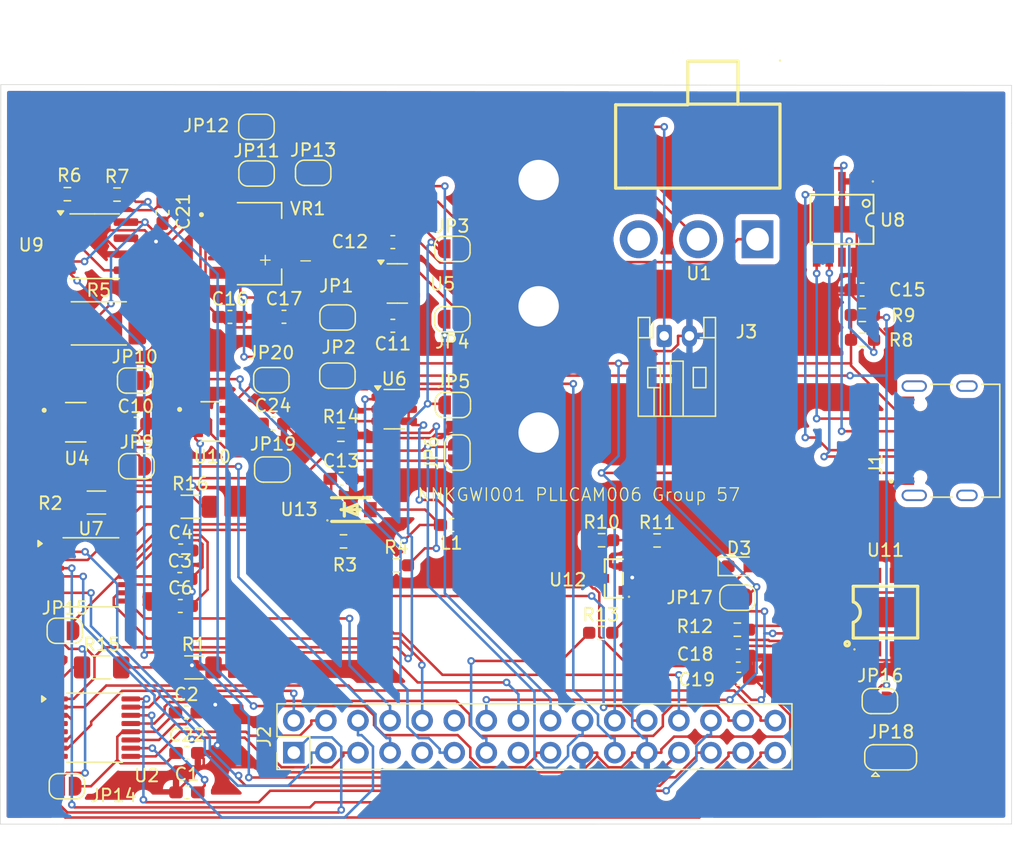
<source format=kicad_pcb>
(kicad_pcb (version 20241229) (generator "pcbnew") (generator_version "9.0")
  (layers (0 "F.Cu" signal) (2 "B.Cu" signal) (13 "F.Paste" user) (15 "B.Paste" user) (5 "F.SilkS" user "F.Silkscreen") (7 "B.SilkS" user "B.Silkscreen") (1 "F.Mask" user) (3 "B.Mask" user) (25 "Edge.Cuts" user))
  (net 0 "")
  (net 1 "GND")
  (net 2 "Net-(U2-VINT)")
  (net 3 "Net-(U2-VCP)")
  (net 4 "Net-(JP14-B)")
  (net 5 "Net-(JP15-B)")
  (net 6 "Net-(U7-VCP)")
  (net 7 "Net-(U7-VINT)")
  (net 8 "Net-(JP9-B)")
  (net 9 "Net-(JP10-A)")
  (net 10 "Net-(JP3-B)")
  (net 11 "Net-(JP4-A)")
  (net 12 "Net-(JP6-A)")
  (net 13 "Net-(JP5-B)")
  (net 14 "+5V")
  (net 15 "Net-(JP1-B)")
  (net 16 "Net-(JP2-A)")
  (net 17 "Net-(D3-A)")
  (net 18 "Net-(JP17-A)")
  (net 19 "Net-(JP13-B)")
  (net 20 "Net-(D3-K)")
  (net 22 "+9V")
  (net 25 "Net-(J1-CC2)")
  (net 27 "/DM")
  (net 28 "/DP")
  (net 31 "Net-(J1-CC1)")
  (net 32 "/M1_OUT_2")
  (net 33 "/I2C1_SDA")
  (net 34 "/CTRL_EXT_LOAD2")
  (net 35 "/EXT_LOAD1_OUT")
  (net 36 "/M4_OUT_1")
  (net 37 "/M2_CNTRL_2")
  (net 38 "/M3_OUT_1")
  (net 39 "/3V3_Out ")
  (net 40 "/M3_CNTRL_1")
  (net 41 "/M3_CNTRL_2")
  (net 42 "/CTRL_EXT_LOAD1")
  (net 43 "/M2_OUT_1")
  (net 44 "/M2_OUT_2")
  (net 45 "/FAST_CHRG_CTRL")
  (net 46 "/M3_OUT_2")
  (net 47 "/M1_CNTRL_2")
  (net 48 "/M1_CNTRL_1")
  (net 49 "/M4_CNTRL_2")
  (net 50 "/EXT_LOAD2_OUT")
  (net 51 "/M1_OUT_1")
  (net 52 "/M4_OUT_2")
  (net 53 "/Battery")
  (net 54 "/I2C1_SCL")
  (net 55 "/5V_OUT")
  (net 59 "/M2_CNTRL_1")
  (net 60 "/M4_CNTRL_1")
  (net 61 "/LOAD")
  (net 62 "Net-(JP11-A)")
  (net 63 "Net-(JP19-B)")
  (net 64 "Net-(JP18-C)")
  (net 65 "Net-(U13-A)")
  (net 66 "Net-(R1-Pad1)")
  (net 67 "Net-(R16-Pad2)")
  (net 68 "Net-(R3-Pad2)")
  (net 69 "Net-(U6-FB)")
  (net 70 "Net-(JP20-A)")
  (net 71 "Net-(U8-VBUS)")
  (net 72 "/Rprog")
  (net 73 "Net-(U12-C)")
  (net 74 "Net-(U11-CHRG#)")
  (net 75 "Net-(U12-B)")
  (net 76 "Net-(U2-AISEN)")
  (net 77 "Net-(U7-AISEN)")
  (net 79 "Net-(JP12-A)")
  (net 86 "Net-(U9-IN+)")
  (footprint "Package_SO:SOIC-8_3.9x4.9mm_P1.27mm" (layer "F.Cu") (at 117.929 62.74)
    (property "Reference" "U9")
    (property "Value" "INA219AxD")
  )
  (footprint "Resistor_SMD:R_0603_1608Metric_Pad0.98x0.95mm_HandSolder" (layer "F.Cu") (at 178.69 68.187)
    (property "Reference" "R9")
    (property "Value" "1k")
  )
  (footprint "Capacitor_SMD:C_0603_1608Metric_Pad1.08x0.95mm_HandSolder" (layer "F.Cu") (at 123.296 60.06 90)
    (property "Reference" "C21")
    (property "Value" "0.1u")
  )
  (footprint "Capacitor_SMD:C_0603_1608Metric_Pad1.08x0.95mm_HandSolder" (layer "F.Cu") (at 124.741 86.839)
    (property "Reference" "C4")
    (property "Value" "0.01u")
  )
  (footprint "Jumper:SolderJumper-2_P1.3mm_Open_RoundedPad1.0x1.5mm" (layer "F.Cu") (at 137.142 72.99)
    (property "Reference" "JP2")
    (property "Value" "+5V")
  )
  (footprint "Package_TO_SOT_SMD:SOT-23-5" (layer "F.Cu") (at 141.884 65.691)
    (property "Reference" "U5")
    (property "Value" "AP2112K-3.3")
  )
  (footprint "Capacitor_SMD:C_0603_1608Metric_Pad1.08x0.95mm_HandSolder" (layer "F.Cu") (at 132.913 68.332)
    (property "Reference" "C17")
    (property "Value" "0.1u")
  )
  (footprint "LM7805MPX_NOPB 1:VREG_LM7805MPX_NOPB" (layer "F.Cu") (at 130.98 62.542)
    (property "Reference" "VR1")
    (property "Value" "LM7805MPX_NOPB")
  )
  (footprint "Capacitor_SMD:C_0603_1608Metric_Pad1.08x0.95mm_HandSolder" (layer "F.Cu") (at 128.635 68.342)
    (property "Reference" "C16")
    (property "Value" "0.22u")
  )
  (footprint "Jumper:SolderJumper-2_P1.3mm_Open_RoundedPad1.0x1.5mm" (layer "F.Cu") (at 131.912 73.347)
    (property "Reference" "JP20")
    (property "Value" "EXT_LOAD1_OUT")
  )
  (footprint "Capacitor_SMD:C_0603_1608Metric_Pad1.08x0.95mm_HandSolder" (layer "F.Cu") (at 125.186 99.669)
    (property "Reference" "C2")
    (property "Value" "0.01u")
  )
  (footprint "Capacitor_SMD:C_0603_1608Metric_Pad1.08x0.95mm_HandSolder" (layer "F.Cu") (at 132.042 76.794)
    (property "Reference" "C24")
    (property "Value" "22u")
  )
  (footprint "Jumper:SolderJumper-2_P1.3mm_Open_RoundedPad1.0x1.5mm" (layer "F.Cu") (at 130.743 56.982)
    (property "Reference" "JP11")
    (property "Value" "LOAD")
  )
  (footprint "Package_TO_SOT_SMD:SOT-23-6" (layer "F.Cu") (at 141.639 75.6475)
    (property "Reference" "U6")
    (property "Value" "MT3608")
  )
  (footprint "Jumper:SolderJumper-2_P1.3mm_Open_RoundedPad1.0x1.5mm" (layer "F.Cu") (at 135.224 56.929)
    (property "Reference" "JP13")
    (property "Value" "3V3_Out")
  )
  (footprint "Jumper:SolderJumper-2_P1.3mm_Open_RoundedPad1.0x1.5mm" (layer "F.Cu") (at 121.134 73.382)
    (property "Reference" "JP10")
    (property "Value" "EXT_LOAD2_OUT")
  )
  (footprint "Inductor_SMD:L_0603_1608Metric_Pad1.05x0.95mm_HandSolder" (layer "F.Cu") (at 146.172 84.819 180)
    (property "Reference" "L1")
    (property "Value" "10u")
  )
  (footprint "Resistor_SMD:R_0603_1608Metric_Pad0.98x0.95mm_HandSolder" (layer "F.Cu") (at 157.984 93.356)
    (property "Reference" "R13")
    (property "Value" "1k")
  )
  (footprint "Capacitor_SMD:C_0603_1608Metric_Pad1.08x0.95mm_HandSolder" (layer "F.Cu") (at 124.708 91.236)
    (property "Reference" "C6")
    (property "Value" "2.2u")
  )
  (footprint "Jumper:SolderJumper-2_P1.3mm_Open_RoundedPad1.0x1.5mm" (layer "F.Cu") (at 146.276 75.316)
    (property "Reference" "JP5")
    (property "Value" "LOAD")
  )
  (footprint "Connector_JST:JST_PH_S2B-PH-K_1x02_P2.00mm_Horizontal" (layer "F.Cu") (at 163.007 69.844)
    (property "Reference" "J3")
    (property "Value" "Conn_01x02_Pin")
  )
  (footprint "Resistor_SMD:R_0603_1608Metric_Pad0.98x0.95mm_HandSolder" (layer "F.Cu") (at 162.446 86.044)
    (property "Reference" "R11")
    (property "Value" "3k")
  )
  (footprint "Resistor_SMD:R_0603_1608Metric_Pad0.98x0.95mm_HandSolder" (layer "F.Cu") (at 141.809 88.011)
    (property "Reference" "R4")
    (property "Value" "10k")
  )
  (footprint "Capacitor_SMD:C_0603_1608Metric_Pad1.08x0.95mm_HandSolder" (layer "F.Cu") (at 124.666 89.099)
    (property "Reference" "C3")
    (property "Value" "10u")
  )
  (footprint "footprint:SW-TH_3P-P4.70_L11.1-W12.7" (layer "F.Cu") (at 165.693 62.189 180)
    (property "Reference" "U1")
    (property "Value" "SS-12D06L5")
  )
  (footprint "Resistor_SMD:R_1206_3216Metric_Pad1.30x1.75mm_HandSolder" (layer "F.Cu") (at 118.067 83.043 180)
    (property "Reference" "R2")
    (property "Value" "100m")
  )
  (footprint "Jumper:SolderJumper-2_P1.3mm_Open_RoundedPad1.0x1.5mm" (layer "F.Cu") (at 130.735 53.286)
    (property "Reference" "JP12")
    (property "Value" "Battery")
  )
  (footprint "Resistor_SMD:R_0603_1608Metric_Pad0.98x0.95mm_HandSolder" (layer "F.Cu") (at 168.798 93.112)
    (property "Reference" "R12")
    (property "Value" "1k")
  )
  (footprint "TPS22810DBVR:SOT95P280X145-6N" (layer "F.Cu") (at 127.152 76.618)
    (property "Reference" "U10")
    (property "Value" "TPS22810DBVR")
  )
  (footprint "Capacitor_SMD:C_0603_1608Metric_Pad1.08x0.95mm_HandSolder" (layer "F.Cu") (at 121.207 76.794)
    (property "Reference" "C10")
    (property "Value" "22u")
  )
  (footprint "Capacitor_SMD:C_0603_1608Metric_Pad1.08x0.95mm_HandSolder" (layer "F.Cu") (at 178.674 66.174 180)
    (property "Reference" "C15")
    (property "Value" "1u")
  )
  (footprint "Resistor_SMD:R_0603_1608Metric_Pad0.98x0.95mm_HandSolder" (layer "F.Cu") (at 137.416 77.674)
    (property "Reference" "R14")
    (property "Value" "15k")
  )
  (footprint "Jumper:SolderJumper-2_P1.3mm_Open_RoundedPad1.0x1.5mm" (layer "F.Cu") (at 146.241 62.95)
    (property "Reference" "JP3")
    (property "Value" "LOAD")
  )
  (footprint "Resistor_SMD:R_0603_1608Metric_Pad0.98x0.95mm_HandSolder" (layer "F.Cu") (at 119.697 58.651)
    (property "Reference" "R7")
    (property "Value" "3.3k")
  )
  (footprint "Resistor_SMD:R_0603_1608Metric_Pad0.98x0.95mm_HandSolder" (layer "F.Cu") (at 137.627 86.117)
    (property "Reference" "R3")
    (property "Value" "100k")
  )
  (footprint "Jumper:SolderJumper-2_P1.3mm_Open_RoundedPad1.0x1.5mm" (layer "F.Cu") (at 146.641 79.08 90)
    (property "Reference" "JP6")
    (property "Value" "5V_OUT")
  )
  (footprint "Jumper:SolderJumper-2_P1.3mm_Open_RoundedPad1.0x1.5mm" (layer "F.Cu") (at 168.817 90.575)
    (property "Reference" "JP17")
    (property "Value" "Battery")
  )
  (footprint "Jumper:SolderJumper-2_P1.3mm_Open_RoundedPad1.0x1.5mm" (layer "F.Cu") (at 115.567 93.197)
    (property "Reference" "JP15")
    (property "Value" "LOAD")
  )
  (footprint "LED_SMD:LED_0603_1608Metric_Pad1.05x0.95mm_HandSolder" (layer "F.Cu") (at 168.934 88.094)
    (property "Reference" "D3")
    (property "Value" "LED")
  )
  (footprint "footprint:ESSOP-10_L4.9-W3.9-P1.0-LS6.0-TL-EP" (layer "F.Cu") (at 177.076 60.611 180)
    (property "Reference" "U8")
    (property "Value" "CH224K")
  )
  (footprint "Capacitor_SMD:C_0603_1608Metric_Pad1.08x0.95mm_HandSolder" (layer "F.Cu") (at 141.529 69.043 180)
    (property "Reference" "C11")
    (property "Value" "1u")
  )
  (footprint "Jumper:SolderJumper-2_P1.3mm_Open_RoundedPad1.0x1.5mm" (layer "F.Cu") (at 137.156 68.385)
    (property "Reference" "JP1")
    (property "Value" "+9V")
  )
  (footprint "Resistor_SMD:R_1206_3216Metric_Pad1.30x1.75mm_HandSolder" (layer "F.Cu") (at 125.787 96.099)
    (property "Reference" "R1")
    (property "Value" "100m")
  )
  (footprint "Resistor_SMD:R_0603_1608Metric_Pad0.98x0.95mm_HandSolder" (layer "F.Cu") (at 158.052 86.026)
    (property "Reference" "R10")
    (property "Value" "2k")
  )
  (footprint "Package_SO:TSSOP-16_4.4x5mm_P0.65mm" (layer "F.Cu") (at 117.9255 100.869)
    (property "Reference" "U2")
    (property "Value" "DRV8833PW")
  )
  (footprint "footprint:SOT-23-3_L2.9-W1.3-P1.90-LS2.4-BR" (layer "F.Cu") (at 159.021 89.054)
    (property "Reference" "U12")
    (property "Value" "MMBT5551_C2145")
  )
  (footprint "Capacitor_SMD:C_0603_1608Metric_Pad1.08x0.95mm_HandSolder" (layer "F.Cu") (at 125.23 102.876)
    (property "Reference" "C22")
    (property "Value" "10u")
  )
  (footprint "Capacitor_SMD:C_0603_1608Metric_Pad1.08x0.95mm_HandSolder" (layer "F.Cu") (at 125.23 105.994)
    (property "Reference" "C1")
    (property "Value" "2.2u")
  )
  (footprint "Resistor_SMD:R_1206_3216Metric_Pad1.30x1.75mm_HandSolder" (layer "F.Cu") (at 118.48 96.099)
    (property "Reference" "R15")
    (property "Value" "100m")
  )
  (footprint "Resistor_SMD:R_0603_1608Metric_Pad0.98x0.95mm_HandSolder" (layer "F.Cu") (at 178.707 70.151)
    (property "Reference" "R8")
    (property "Value" "10k")
  )
  (footprint "Jumper:SolderJumper-2_P1.3mm_Open_RoundedPad1.0x1.5mm" (layer "F.Cu") (at 146.236 68.524 180)
    (property "Reference" "JP4")
    (property "Value" "3V3_Out")
  )
  (footprint "Connector_PinHeader_2.54mm:PinHeader_2x16_P2.54mm_Vertical" (layer "F.Cu") (at 133.69 102.85 90)
    (property "Reference" "J2")
    (property "Value" "Conn_02x16_Odd_Even")
  )
  (footprint "Capacitor_SMD:C_0603_1608Metric_Pad1.08x0.95mm_HandSolder" (layer "F.Cu") (at 168.874 95.169)
    (property "Reference" "C18")
    (property "Value" "10u")
  )
  (footprint "Jumper:SolderJumper-2_P1.3mm_Open_RoundedPad1.0x1.5mm" (layer "F.Cu") (at 131.988 80.428)
    (property "Reference" "JP19")
    (property "Value" "5V_OUT")
  )
  (footprint "TYPE-C-31-M-12:HRO_TYPE-C-31-M-12" (layer "F.Cu") (at 186.97 78.146 90)
    (property "Reference" "J1")
    (property "Value" "TYPE-C-31-M-12")
  )
  (footprint "Resistor_SMD:R_1206_3216Metric_Pad1.30x1.75mm_HandSolder" (layer "F.Cu") (at 125.499 83.374)
    (property "Reference" "R16")
    (property "Value" "100m")
  )
  (footprint "Jumper:SolderJumper-2_P1.3mm_Open_RoundedPad1.0x1.5mm" (layer "F.Cu") (at 115.733 105.51)
    (property "Reference" "JP14")
    (property "Value" "LOAD")
  )
  (footprint "footprint:SOD-123F_L2.8-W1.8-LS3.7-RD" (layer "F.Cu") (at 138.198 83.603)
    (property "Reference" "U13")
    (property "Value" "SM4007PL")
  )
  (footprint "TPS22810DBVR:SOT95P280X145-6N" (layer "F.Cu") (at 116.431 76.682)
    (property "Reference" "U4")
    (property "Value" "TPS22810DBVR")
  )
  (footprint "Jumper:SolderJumper-2_P1.3mm_Open_RoundedPad1.0x1.5mm" (layer "F.Cu") (at 180.079 98.761)
    (property "Reference" "JP16")
    (property "Value" "+5V")
  )
  (footprint "Jumper:SolderJumper-3_P1.3mm_Open_RoundedPad1.0x1.5mm" (layer "F.Cu") (at 180.932 103.219)
    (property "Reference" "JP18")
    (property "Value" "EP_Pin")
  )
  (footprint "Capacitor_SMD:C_0603_1608Metric_Pad1.08x0.95mm_HandSolder" (layer "F.Cu") (at 168.912 96.998)
    (property "Reference" "C19")
    (property "Value" "10u")
  )
  (footprint "Resistor_SMD:R_0603_1608Metric_Pad0.98x0.95mm_HandSolder" (layer "F.Cu") (at 115.768 58.619 180)
    (property "Reference" "R6")
    (property "Value" "3.3k")
  )
  (footprint "Capacitor_SMD:C_0603_1608Metric_Pad1.08x0.95mm_HandSolder" (layer "F.Cu") (at 141.529 62.415 180)
    (property "Reference" "C12")
    (property "Value" "1u")
  )
  (footprint "Resistor_SMD:R_2512_6332Metric_Pad1.40x3.35mm_HandSolder" (layer "F.Cu") (at 118.255 68.851)
    (property "Reference" "R5")
    (property "Value" "2m")
  )
  (footprint "footprint:ESOP-8_L4.9-W3.9-P1.27-LS6.0-BL-EP" (layer "F.Cu") (at 180.521 91.721)
    (property "Reference" "U11")
    (property "Value" "TP4056")
  )
  (footprint "Package_SO:TSSOP-16_4.4x5mm_P0.65mm" (layer "F.Cu") (at 117.6315 88.566)
    (property "Reference" "U7")
    (property "Value" "DRV8833PW")
  )
  (footprint "Capacitor_SMD:C_0603_1608Metric_Pad1.08x0.95mm_HandSolder" (layer "F.Cu") (at 137.436 81.165)
    (property "Reference" "C13")
    (property "Value" "22u")
  )
  (footprint "Jumper:SolderJumper-2_P1.3mm_Open_RoundedPad1.0x1.5mm" (layer "F.Cu") (at 121.236 80.161)
    (property "Reference" "JP9")
    (property "Value" "5V_OUT")
  )
  (gr_line (start 190.5 53) (end 190.5 108.5) (stroke (width 0.05)) (layer "Edge.Cuts"))
  (gr_line (start 190.5 50) (end 110.5 49.94) (stroke (width 0.05)) (layer "Edge.Cuts"))
  (gr_line (start 110.5 49.94) (end 110.46 108.51) (stroke (width 0.05)) (layer "Edge.Cuts"))
  (gr_line (start 110.46 108.51) (end 190.5 108.5) (stroke (width 0.05)) (layer "Edge.Cuts"))
  (gr_line (start 190.5 53) (end 190.5 50) (stroke (width 0.05)) (layer "Edge.Cuts"))
  (gr_text "-" (at 133.94 64.41 0) (layer "F.SilkS") (effects (font (size 1 1) (thickness 0.1)) (justify left bottom)))
  (gr_text "NNKGWI001 PLLCAM006 Group 57" (at 143.39 83 0) (layer "F.SilkS") (effects (font (size 1 1) (thickness 0.1)) (justify left bottom)))
  (gr_text "+" (at 130.75 64.35 0) (layer "F.SilkS") (effects (font (size 1 1) (thickness 0.1)) (justify left bottom)))
  (segment (start 179.2005 69.0451) (end 178.6757 68.5203) (width 0.2) (layer "F.Cu") (net 1))
  (segment (start 164.1053 70.5203) (end 163.5792 71.0464) (width 0.2) (layer "F.Cu") (net 1))
  (segment (start 123.3664 86.024) (end 122.7057 86.6847) (width 0.2) (layer "F.Cu") (net 1))
  (segment (start 178.0759 65.9096) (end 178.0759 63.6111) (width 0.2) (layer "F.Cu") (net 1))
  (segment (start 137.6572 66.8543) (end 135.2532 66.8543) (width 0.2) (layer "F.Cu") (net 1))
  (segment (start 126.5615 103.8) (end 124.3675 105.994) (width 0.2) (layer "F.Cu") (net 1))
  (segment (start 158.5902 104.007) (end 157.7017 103.1185) (width 0.2) (layer "F.Cu") (net 1))
  (segment (start 129.4975 68.342) (end 126.7033 65.5478) (width 0.2) (layer "F.Cu") (net 1))
  (segment (start 123.4646 99.7208) (end 123.4646 99.2265) (width 0.2) (layer "F.Cu") (net 1))
  (segment (start 163.3585 86.044) (end 179.289 86.044) (width 0.2) (layer "F.Cu") (net 1))
  (segment (start 140.2883 65.691) (end 140.3965 65.691) (width 0.2) (layer "F.Cu") (net 1))
  (segment (start 123.296 59.1975) (end 122.6087 59.8848) (width 0.2) (layer "F.Cu") (net 1))
  (segment (start 128.08 62.542) (end 129.4567 62.542) (width 0.2) (layer "F.Cu") (net 1))
  (segment (start 127.2662 98.8427) (end 127.4727 99.0492) (width 0.2) (layer "F.Cu") (net 1))
  (segment (start 178.2536 60.727) (end 178.1377 60.6111) (width 0.2) (layer "F.Cu") (net 1))
  (segment (start 120.0346 63.375) (end 120.404 63.375) (width 0.2) (layer "F.Cu") (net 1))
  (segment (start 138.3285 77.674) (end 137.528 78.4745) (width 0.2) (layer "F.Cu") (net 1))
  (segment (start 132.1016 62.5419) (end 132.1016 62.542) (width 0.2) (layer "F.Cu") (net 1))
  (segment (start 177.0759 60.6111) (end 178.1377 60.6111) (width 0.2) (layer "F.Cu") (net 1))
  (segment (start 139.7602 63.3213) (end 140.6665 62.415) (width 0.2) (layer "F.Cu") (net 1))
  (segment (start 163.3585 86.044) (end 161.2985 88.104) (width 0.2) (layer "F.Cu") (net 1))
  (segment (start 177.8115 66.581) (end 169.1717 66.581) (width 0.2) (layer "F.Cu") (net 1))
  (segment (start 123.4646 99.2265) (end 123.8484 98.8427) (width 0.2) (layer "F.Cu") (net 1))
  (segment (start 120.6115 78.252) (end 116.953 78.252) (width 0.2) (layer "F.Cu") (net 1))
  (segment (start 113.8143 75.7979) (end 113.8143 79.011) (width 0.2) (layer "F.Cu") (net 1))
  (segment (start 160.021 88.7557) (end 160.2536 88.7557) (width 0.2) (layer "F.Cu") (net 1))
  (segment (start 172.9802 99.8676) (end 170.1106 96.998) (width 0.2) (layer "F.Cu") (net 1))
  (segment (start 182.232 103.219) (end 182.232 103.6211) (width 0.2) (layer "F.Cu") (net 1))
  (segment (start 132.1016 62.542) (end 132.1016 62.9841) (width 0.2) (layer "F.Cu") (net 1))
  (segment (start 141.979 69.8191) (end 141.3094 69.8191) (width 0.2) (layer "F.Cu") (net 1))
  (segment (start 177.8115 66.174) (end 178.0759 65.9096) (width 0.2) (layer "F.Cu") (net 1))
  (segment (start 125.305 89.7765) (end 123.8455 91.236) (width 0.2) (layer "F.Cu") (net 1))
  (segment (start 132.9045 76.794) (end 134.051 75.6475) (width 0.2) (layer "F.Cu") (net 1))
  (segment (start 160.2536 88.7557) (end 160.4783 88.9804) (width 0.2) (layer "F.Cu") (net 1))
  (segment (start 126.4641 86.3444) (end 126.1437 86.024) (width 0.2) (layer "F.Cu") (net 1))
  (segment (start 117.9295 61.9579) (end 118.6175 61.9579) (width 0.2) (layer "F.Cu") (net 1))
  (segment (start 141.3094 69.8191) (end 141.2365 69.892) (width 0.2) (layer "F.Cu") (net 1))
  (segment (start 134.051 75.6475) (end 140.5015 75.6475) (width 0.2) (layer "F.Cu") (net 1))
  (segment (start 122.0695 76.794) (end 120.6115 78.252) (width 0.2) (layer "F.Cu") (net 1))
  (segment (start 156.4153 104.4049) (end 157.7017 103.1185) (width 0.2) (layer "F.Cu") (net 1))
  (segment (start 140.3965 65.691) (end 140.3187 65.691) (width 0.2) (layer "F.Cu") (net 1))
  (segment (start 138.3911 67.5882) (end 137.6572 66.8543) (width 0.2) (layer "F.Cu") (net 1))
  (segment (start 178.0759 63.6111) (end 178.2536 63.4334) (width 0.2) (layer "F.Cu") (net 1))
  (segment (start 162.7817 102.5815) (end 162.7817 102.85) (width 0.2) (layer "F.Cu") (net 1))
  (segment (start 143.0884 69.7399) (end 142.3915 69.043) (width 0.2) (layer "F.Cu") (net 1))
  (segment (start 164.1053 69.844) (end 164.1053 70.5203) (width 0.2) (layer "F.Cu") (net 1))
  (segment (start 135.2532 66.8543) (end 133.7755 68.332) (width 0.2) (layer "F.Cu") (net 1))
  (segment (start 179.289 83.4053) (end 179.289 86.044) (width 0.2) (layer "F.Cu") (net 1))
  (segment (start 133.88 62.542) (end 133.88 60.7816) (width 0.2) (layer "F.Cu") (net 1))
  (segment (start 120.788 100.544) (end 122.6414 100.544) (width 0.2) (layer "F.Cu") (net 1))
  (segment (start 142.0582 69.7399) (end 141.979 69.8191) (width 0.2) (layer "F.Cu") (net 1))
  (segment (start 170.0985 95.531) (end 169.7365 95.169) (width 0.2) (layer "F.Cu") (net 1))
  (segment (start 126.5615 103.345) (end 126.0925 102.876) (width 0.2) (layer "F.Cu") (net 1))
  (segment (start 179.0276 59.3385) (end 179.0276 60.6111) (width 0.2) (layer "F.Cu") (net 1))
  (segment (start 178.616 94.6293) (end 178.616 95.531) (width 0.2) (layer "F.Cu") (net 1))
  (segment (start 143.7853 70.4368) (end 143.0884 69.7399) (width 0.2) (layer "F.Cu") (net 1))
  (segment (start 116.517 81.7137) (end 125.6752 81.7137) (width 0.2) (layer "F.Cu") (net 1))
  (segment (start 181.3483 81.346) (end 179.289 83.4053) (width 0.2) (layer "F.Cu") (net 1))
  (segment (start 138.3911 67.5882) (end 140.2883 65.691) (width 0.2) (layer "F.Cu") (net 1))
  (segment (start 118.6176 61.9579) (end 119.0955 61.48) (width 0.2) (layer "F.Cu") (net 1))
  (segment (start 121.2261 88.241) (end 120.494 88.241) (width 0.2) (layer "F.Cu") (net 1))
  (segment (start 152.946 77.624) (end 153.07 77.5) (width 0.2) (layer "F.Cu") (net 1))
  (segment (start 115.454 62.105) (end 117.7824 62.105) (width 0.2) (layer "F.Cu") (net 1))
  (segment (start 178.6757 67.4452) (end 177.8115 66.581) (width 0.2) (layer "F.Cu") (net 1))
  (segment (start 125.5285 89.099) (end 126.4641 88.1634) (width 0.2) (layer "F.Cu") (net 1))
  (segment (start 140.3187 65.691) (end 139.7602 65.1325) (width 0.2) (layer "F.Cu") (net 1))
  (segment (start 146.6267 81.165) (end 147.7332 80.0585) (width 0.2) (layer "F.Cu") (net 1))
  (segment (start 163.5792 71.0464) (end 156.6164 71.0464) (width 0.2) (layer "F.Cu") (net 1))
  (segment (start 122.2455 76.618) (end 125.897 76.618) (width 0.2) (layer "F.Cu") (net 1))
  (segment (start 122.7057 86.6847) (end 122.7057 86.7614) (width 0.2) (layer "F.Cu") (net 1))
  (segment (start 132.5502 104.4049) (end 156.4153 104.4049) (width 0.2) (layer "F.Cu") (net 1))
  (segment (start 143.0884 69.7399) (end 142.0582 69.7399) (width 0.2) (layer "F.Cu") (net 1))
  (segment (start 181.5257 104.3274) (end 175.7276 104.3274) (width 0.2) (layer "F.Cu") (net 1))
  (segment (start 140.1486 69.892) (end 138.8479 68.5913) (width 0.2) (layer "F.Cu") (net 1))
  (segment (start 159.6229 104.007) (end 158.5902 104.007) (width 0.2) (layer "F.Cu") (net 1))
  (segment (start 122.6414 100.544) (end 123.4646 99.7208) (width 0.2) (layer "F.Cu") (net 1))
  (segment (start 156.6164 71.0464) (end 153.07 67.5) (width 0.2) (layer "F.Cu") (net 1))
  (segment (start 115.5631 76.682) (end 115.176 76.682) (width 0.2) (layer "F.Cu") (net 1))
  (segment (start 138.3285 77.674) (end 138.5923 77.9378) (width 0.2) (layer "F.Cu") (net 1))
  (segment (start 132.1197 62.5419) (end 132.1016 62.5419) (width 0.2) (layer "F.Cu") (net 1))
  (segment (start 170.0985 95.531) (end 178.616 95.531) (width 0.2) (layer "F.Cu") (net 1))
  (segment (start 128.08 62.542) (end 126.7033 62.542) (width 0.2) (layer "F.Cu") (net 1))
  (segment (start 122.6087 59.8848) (end 119.7349 59.8848) (width 0.2) (layer "F.Cu") (net 1))
  (segment (start 126.5615 103.8) (end 126.7632 104.0017) (width 0.2) (layer "F.Cu") (net 1))
  (segment (start 178.6757 68.5203) (end 178.6757 67.4452) (width 0.2) (layer "F.Cu") (net 1))
  (segment (start 116.3832 77.6822) (end 116.3832 77.5021) (width 0.2) (layer "F.Cu") (net 1))
  (segment (start 179.289 86.044) (end 181.156 87.911) (width 0.2) (layer "F.Cu") (net 1))
  (segment (start 123.8484 98.8427) (end 127.2662 98.8427) (width 0.2) (layer "F.Cu") (net 1))
  (segment (start 132.4388 63.3213) (end 139.7602 63.3213) (width 0.2) (layer "F.Cu") (net 1))
  (segment (start 121.8937 61.48) (end 122.7845 62.3708) (width 0.2) (layer "F.Cu") (net 1))
  (segment (start 122.7057 86.7614) (end 121.2261 88.241) (width 0.2) (layer "F.Cu") (net 1))
  (segment (start 119.7349 59.8848) (end 119.0955 60.5242) (width 0.2) (layer "F.Cu") (net 1))
  (segment (start 172.9802 101.58) (end 172.9802 99.8676) (width 0.2) (layer "F.Cu") (net 1))
  (segment (start 139.7602 65.1325) (end 139.7602 63.3213) (width 0.2) (layer "F.Cu") (net 1))
  (segment (start 138.5923 77.9378) (end 144.6098 77.9378) (width 0.2) (layer "F.Cu") (net 1))
  (segment (start 127.0345 102.876) (end 127.6467 102.2638) (width 0.2) (layer "F.Cu") (net 1))
  (segment (start 126.7632 104.0017) (end 132.147 104.0017) (width 0.2) (layer "F.Cu") (net 1))
  (segment (start 141.2365 69.892) (end 140.1486 69.892) (width 0.2) (layer "F.Cu") (net 1))
  (segment (start 156.55 102.85) (end 157.7017 102.85) (width 0.2) (layer "F.Cu") (net 1))
  (segment (start 182.232 103.6211) (end 181.5257 104.3274) (width 0.2) (layer "F.Cu") (net 1))
  (segment (start 126.4641 88.1634) (end 126.4641 86.3444) (width 0.2) (layer "F.Cu") (net 1))
  (segment (start 157.7017 103.1185) (end 157.7017 102.85) (width 0.2) (layer "F.Cu") (net 1))
  (segment (start 116.953 78.252) (end 116.3832 77.6822) (width 0.2) (layer "F.Cu") (net 1))
  (segment (start 114.4929 75.1193) (end 113.8143 75.7979) (width 0.2) (layer "F.Cu") (net 1))
  (segment (start 177.0759 57.6109) (end 177.0759 58.6626) (width 0.2) (layer "F.Cu") (net 1))
  (segment (start 161.63 102.85) (end 160.4783 102.85) (width 0.2) (layer "F.Cu") (net 1))
  (segment (start 116.083 76.1621) (end 116.083 75.3101) (width 0.2) (layer "F.Cu") (net 1))
  (segment (start 118.6176 61.9579) (end 120.0346 63.375) (width 0.2) (layer "F.Cu") (net 1))
  (segment (start 169.1717 66.581) (end 165.9087 69.844) (width 0.2) (layer "F.Cu") (net 1))
  (segment (start 140.3965 65.691) (end 140.7465 65.691) (width 0.2) (layer "F.Cu") (net 1))
  (segment (start 127.1691 95.9311) (end 125.6292 95.9311) (width 0.2) (layer "F.Cu") (net 1))
  (segment (start 119.0955 61.48) (end 121.8937 61.48) (width 0.2) (layer "F.Cu") (net 1))
  (segment (start 138.2985 81.165) (end 146.6267 81.165) (width 0.2) (layer "F.Cu") (net 1))
  (segment (start 115.5631 76.682) (end 116.083 76.1621) (width 0.2) (layer "F.Cu") (net 1))
  (segment (start 163.7832 101.58) (end 162.7817 102.5815) (width 0.2) (layer "F.Cu") (net 1))
  (segment (start 172.9802 101.58) (end 163.7832 101.58) (width 0.2) (layer "F.Cu") (net 1))
  (segment (start 117.7824 62.105) (end 117.9295 61.9579) (width 0.2) (layer "F.Cu") (net 1))
  (segment (start 118.6175 61.9579) (end 118.6176 61.9579) (width 0.2) (layer "F.Cu") (net 1))
  (segment (start 182.22 74.946) (end 181.3483 74.946) (width 0.2) (layer "F.Cu") (net 1))
  (segment (start 116.083 75.3101) (end 115.8922 75.1193) (width 0.2) (layer "F.Cu") (net 1))
  (segment (start 133.88 60.7816) (end 132.1197 62.5419) (width 0.2) (layer "F.Cu") (net 1))
  (segment (start 126.5615 103.8) (end 126.5615 103.345) (width 0.2) (layer "F.Cu") (net 1))
  (segment (start 122.0695 76.794) (end 122.2455 76.618) (width 0.2) (layer "F.Cu") (net 1))
  (segment (start 178.3517 58.6626) (end 179.0276 59.3385) (width 0.2) (layer "F.Cu") (net 1))
  (segment (start 178.2536 63.4334) (end 178.2536 60.727) (width 0.2) (layer "F.Cu") (net 1))
  (segment (start 127.337 96.099) (end 127.1691 95.9311) (width 0.2) (layer "F.Cu") (net 1))
  (segment (start 125.3051 89.3224) (end 125.5285 89.099) (width 0.2) (layer "F.Cu") (net 1))
  (segment (start 165.007 69.844) (end 164.1053 69.844) (width 0.2) (layer "F.Cu") (net 1))
  (segment (start 160.4783 102.85) (end 160.4783 103.1516) (width 0.2) (layer "F.Cu") (net 1))
  (segment (start 175.7276 104.3274) (end 172.9802 101.58) (width 0.2) (layer "F.Cu") (net 1))
  (segment (start 116.517 81.7137) (end 116.517 83.043) (width 0.2) (layer "F.Cu") (net 1))
  (segment (start 178.616 95.531) (end 181.156 95.531) (width 0.2) (layer "F.Cu") (net 1))
  (segment (start 178.1377 60.6111) (end 179.0276 60.6111) (width 0.2) (layer "F.Cu") (net 1))
  (segment (start 150.3775 82.7028) (end 147.7332 80.0585) (width 0.2) (layer "F.Cu") (net 1))
  (segment (start 160.0173 82.7028) (end 150.3775 82.7028) (width 0.2) (layer "F.Cu") (net 1))
  (segment (start 126.0925 102.876) (end 127.0345 102.876) (width 0.2) (layer "F.Cu") (net 1))
  (segment (start 177.8115 66.581) (end 177.8115 66.174) (width 0.2) (layer "F.Cu") (net 1))
  (segment (start 126.7033 65.5478) (end 126.7033 62.542) (width 0.2) (layer "F.Cu") (net 1))
  (segment (start 132.1016 62.542) (end 129.4567 62.542) (width 0.2) (layer "F.Cu") (net 1))
  (segment (start 178.0759 58.6626) (end 178.3517 58.6626) (width 0.2) (layer "F.Cu") (net 1))
  (segment (start 150.1332 70.4368) (end 143.7853 70.4368) (width 0.2) (layer "F.Cu") (net 1))
  (segment (start 144.6098 77.9378) (end 144.9236 77.624) (width 0.2) (layer "F.Cu") (net 1))
  (segment (start 116.3832 77.5021) (end 115.5631 76.682) (width 0.2) (layer "F.Cu") (net 1))
  (segment (start 138.8479 68.045) (end 138.3911 67.5882) (width 0.2) (layer "F.Cu") (net 1))
  (segment (start 119.0955 60.5242) (end 119.0955 61.48) (width 0.2) (layer "F.Cu") (net 1))
  (segment (start 125.6292 90.1006) (end 125.3051 89.7765) (width 0.2) (layer "F.Cu") (net 1))
  (segment (start 170.1106 96.998) (end 169.7745 96.998) (width 0.2) (layer "F.Cu") (net 1))
  (segment (start 177.0759 58.6626) (end 178.0759 58.6626) (width 0.2) (layer "F.Cu") (net 1))
  (segment (start 132.1016 62.9841) (end 132.4388 63.3213) (width 0.2) (layer "F.Cu") (net 1))
  (segment (start 125.3051 89.7765) (end 125.305 89.7765) (width 0.2) (layer "F.Cu") (net 1))
  (segment (start 179.8168 69.0451) (end 179.2005 69.0451) (width 0.2) (layer "F.Cu") (net 1))
  (segment (start 153.07 67.5) (end 150.1332 70.4368) (width 0.2) (layer "F.Cu") (net 1))
  (segment (start 137.528 78.4745) (end 134.585 78.4745) (width 0.2) (layer "F.Cu") (net 1))
  (segment (start 144.9236 77.624) (end 147.7332 77.624) (width 0.2) (layer "F.Cu") (net 1))
  (segment (start 115.8922 75.1193) (end 114.4929 75.1193) (width 0.2) (layer "F.Cu") (net 1))
  (segment (start 182.22 81.346) (end 181.3483 81.346) (width 0.2) (layer "F.Cu") (net 1))
  (segment (start 125.3051 89.7765) (end 125.3051 89.3224) (width 0.2) (layer "F.Cu") (net 1))
  (segment (start 113.8143 79.011) (end 116.517 81.7137) (width 0.2) (layer "F.Cu") (net 1))
  (segment (start 160.021 88.104) (end 160.021 88.7557) (width 0.2) (layer "F.Cu") (net 1))
  (segment (start 160.4783 103.1516) (end 159.6229 104.007) (width 0.2) (layer "F.Cu") (net 1))
  (segment (start 181.156 94.6293) (end 181.156 95.531) (width 0.2) (layer "F.Cu") (net 1))
  (segment (start 161.2985 88.104) (end 160.021 88.104) (width 0.2) (layer "F.Cu") (net 1))
  (segment (start 163.3585 86.044) (end 160.0173 82.7028) (width 0.2) (layer "F.Cu") (net 1))
  (segment (start 126.1437 86.024) (end 123.3664 86.024) (width 0.2) (layer "F.Cu") (net 1))
  (segment (start 178.0759 57.6109) (end 178.0759 58.6626) (width 0.2) (layer "F.Cu") (net 1))
  (segment (start 165.007 69.844) (end 165.9087 69.844) (width 0.2) (layer "F.Cu") (net 1))
  (segment (start 170.0985 95.531) (end 170.0985 96.674) (width 0.2) (layer "F.Cu") (net 1))
  (segment (start 161.63 102.85) (end 162.7817 102.85) (width 0.2) (layer "F.Cu") (net 1))
  (segment (start 132.147 104.0017) (end 132.5502 104.4049) (width 0.2) (layer "F.Cu") (net 1))
  (segment (start 147.7332 80.0585) (end 147.7332 77.624) (width 0.2) (layer "F.Cu") (net 1))
  (segment (start 181.3483 70.5766) (end 179.8168 69.0451) (width 0.2) (layer "F.Cu") (net 1))
  (segment (start 147.7332 77.624) (end 152.946 77.624) (width 0.2) (layer "F.Cu") (net 1))
  (segment (start 181.3483 74.946) (end 181.3483 70.5766) (width 0.2) (layer "F.Cu") (net 1))
  (segment (start 170.0985 96.674) (end 169.7745 96.998) (width 0.2) (layer "F.Cu") (net 1))
  (segment (start 181.156 88.8127) (end 181.156 87.911) (width 0.2) (layer "F.Cu") (net 1))
  (segment (start 138.8479 68.5913) (end 138.8479 68.045) (width 0.2) (layer "F.Cu") (net 1))
  (segment (start 134.585 78.4745) (end 132.9045 76.794) (width 0.2) (layer "F.Cu") (net 1))
  (via (at 127.4727 99.0492) (size 0.6) (drill 0.3) (layers "F.Cu" "B.Cu") (net 1))
  (via (at 125.6292 95.9311) (size 0.6) (drill 0.3) (layers "F.Cu" "B.Cu") (net 1))
  (via (at 153.07 67.5) (size 3.4) (drill 3.2) (layers "F.Cu" "B.Cu") (net 1))
  (via (at 160.4783 88.9804) (size 0.6) (drill 0.3) (layers "F.Cu" "B.Cu") (net 1))
  (via (at 153.07 77.5) (size 3.4) (drill 3.2) (layers "F.Cu" "B.Cu") (net 1))
  (via (at 153.07 57.5) (size 3.4) (drill 3.2) (layers "F.Cu" "B.Cu") (net 1))
  (via (at 122.7845 62.3708) (size 0.6) (drill 0.3) (layers "F.Cu" "B.Cu") (net 1))
  (via (at 125.6292 90.1006) (size 0.6) (drill 0.3) (layers "F.Cu" "B.Cu") (net 1))
  (via (at 125.6752 81.7137) (size 0.6) (drill 0.3) (layers "F.Cu" "B.Cu") (net 1))
  (via (at 127.6467 102.2638) (size 0.6) (drill 0.3) (layers "F.Cu" "B.Cu") (net 1))
  (segment (start 127.6467 99.2232) (end 127.4727 99.0492) (width 0.2) (layer "B.Cu") (net 1))
  (segment (start 122.7845 62.3708) (end 122.7845 78.823) (width 0.2) (layer "B.Cu") (net 1))
  (segment (start 125.6292 95.9311) (end 125.6292 90.1006) (width 0.2) (layer "B.Cu") (net 1))
  (segment (start 153.07 77.5) (end 153.07 67.5) (width 0.2) (layer "B.Cu") (net 1))
  (segment (start 127.4727 97.7746) (end 125.6292 95.9311) (width 0.2) (layer "B.Cu") (net 1))
  (segment (start 127.4727 99.0492) (end 127.4727 97.7746) (width 0.2) (layer "B.Cu") (net 1))
  (segment (start 153.07 67.5) (end 153.07 57.5) (width 0.2) (layer "B.Cu") (net 1))
  (segment (start 122.7845 78.823) (end 125.6752 81.7137) (width 0.2) (layer "B.Cu") (net 1))
  (segment (start 161.63 102.85) (end 161.63 101.6983) (width 0.2) (layer "B.Cu") (net 1))
  (segment (start 127.6467 102.2638) (end 127.6467 99.2232) (width 0.2) (layer "B.Cu") (net 1))
  (segment (start 161.63 101.6983) (end 161.342 101.6983) (width 0.2) (layer "B.Cu") (net 1))
  (segment (start 125.6752 81.7137) (end 125.6292 81.7597) (width 0.2) (layer "B.Cu") (net 1))
  (segment (start 161.342 101.6983) (end 160.4783 100.8346) (width 0.2) (layer "B.Cu") (net 1))
  (segment (start 160.4783 100.8346) (end 160.4783 88.9804) (width 0.2) (layer "B.Cu") (net 1))
  (segment (start 125.6292 81.7597) (end 125.6292 90.1006) (width 0.2) (layer "B.Cu") (net 1))
  (segment (start 126.0925 105.994) (end 126.6311 105.4554) (width 0.2) (layer "F.Cu") (net 2))
  (segment (start 122.4405 99.894) (end 120.788 99.894) (width 0.2) (layer "F.Cu") (net 2))
  (segment (start 126.6311 105.4554) (end 126.6311 104.9887) (width 0.2) (layer "F.Cu") (net 2))
  (via (at 122.4405 99.894) (size 0.6) (drill 0.3) (layers "F.Cu" "B.Cu") (net 2))
  (via (at 126.6311 104.9887) (size 0.6) (drill 0.3) (layers "F.Cu" "B.Cu") (net 2))
  (segment (start 122.4406 100.7982) (end 122.4406 99.894) (width 0.2) (layer "B.Cu") (net 2))
  (segment (start 126.6311 104.9887) (end 122.4406 100.7982) (width 0.2) (layer "B.Cu") (net 2))
  (segment (start 122.4406 99.894) (end 122.4405 99.894) (width 0.2) (layer "B.Cu") (net 2))
  (segment (start 124.2718 100.5911) (end 123.0189 101.844) (width 0.2) (layer "F.Cu") (net 3))
  (segment (start 126.0485 99.669) (end 125.1264 100.5911) (width 0.2) (layer "F.Cu") (net 3))
  (segment (start 125.1264 100.5911) (end 124.2718 100.5911) (width 0.2) (layer "F.Cu") (net 3))
  (segment (start 123.0189 101.844) (end 120.788 101.844) (width 0.2) (layer "F.Cu") (net 3))
  (segment (start 123.552 103.6915) (end 124.3675 102.876) (width 0.2) (layer "F.Cu") (net 4))
  (segment (start 119.7188 103.4276) (end 117.6364 105.51) (width 0.2) (layer "F.Cu") (net 4))
  (segment (start 119.9827 103.6915) (end 123.552 103.6915) (width 0.2) (layer "F.Cu") (net 4))
  (segment (start 120.788 101.194) (end 120.1197 101.194) (width 0.2) (layer "F.Cu") (net 4))
  (segment (start 117.6364 105.51) (end 116.383 105.51) (width 0.2) (layer "F.Cu") (net 4))
  (segment (start 122.7985 101.194) (end 120.788 101.194) (width 0.2) (layer "F.Cu") (net 4))
  (segment (start 119.7188 101.5949) (end 119.7188 103.4276) (width 0.2) (layer "F.Cu") (net 4))
  (segment (start 119.7188 103.4276) (end 119.9827 103.6915) (width 0.2) (layer "F.Cu") (net 4))
  (segment (start 124.3235 99.669) (end 122.7985 101.194) (width 0.2) (layer "F.Cu") (net 4))
  (segment (start 120.1197 101.194) (end 119.7188 101.5949) (width 0.2) (layer "F.Cu") (net 4))
  (segment (start 123.5955 88.891) (end 123.8035 89.099) (width 0.2) (layer "F.Cu") (net 5))
  (segment (start 116.217 93.197) (end 116.217 92.4812) (width 0.2) (layer "F.Cu") (net 5))
  (segment (start 120.494 88.891) (end 123.5955 88.891) (width 0.2) (layer "F.Cu") (net 5))
  (segment (start 123.5955 88.891) (end 123.5955 87.122) (width 0.2) (layer "F.Cu") (net 5))
  (segment (start 116.217 92.4812) (end 119.8072 88.891) (width 0.2) (layer "F.Cu") (net 5))
  (segment (start 123.5955 87.122) (end 123.8785 86.839) (width 0.2) (layer "F.Cu") (net 5))
  (segment (start 119.8072 88.891) (end 120.494 88.891) (width 0.2) (layer "F.Cu") (net 5))
  (segment (start 124.666 87.7765) (end 124.666 89.5398) (width 0.2) (layer "F.Cu") (net 6))
  (segment (start 122.9186 89.541) (end 120.494 89.541) (width 0.2) (layer "F.Cu") (net 6))
  (segment (start 124.3013 89.9045) (end 123.2821 89.9045) (width 0.2) (layer "F.Cu") (net 6))
  (segment (start 125.6035 86.839) (end 124.666 87.7765) (width 0.2) (layer "F.Cu") (net 6))
  (segment (start 123.2821 89.9045) (end 122.9186 89.541) (width 0.2) (layer "F.Cu") (net 6))
  (segment (start 124.666 89.5398) (end 124.3013 89.9045) (width 0.2) (layer "F.Cu") (net 6))
  (segment (start 126.31 85.6223) (end 126.8658 86.1781) (width 0.2) (layer "F.Cu") (net 7))
  (segment (start 123.198 85.6223) (end 126.31 85.6223) (width 0.2) (layer "F.Cu") (net 7))
  (segment (start 126.8658 89.9407) (end 125.5705 91.236) (width 0.2) (layer "F.Cu") (net 7))
  (segment (start 126.8658 86.1781) (end 126.8658 89.9407) (width 0.2) (layer "F.Cu") (net 7))
  (segment (start 121.2293 87.591) (end 123.198 85.6223) (width 0.2) (layer "F.Cu") (net 7))
  (segment (start 120.494 87.591) (end 121.2293 87.591) (width 0.2) (layer "F.Cu") (net 7))
  (segment (start 114.2587 78.0794) (end 115.2376 79.0583) (width 0.2) (layer "F.Cu") (net 8))
  (segment (start 114.7751 75.732) (end 114.2587 76.2484) (width 0.2) (layer "F.Cu") (net 8))
  (segment (start 114.2587 76.2484) (end 114.2587 78.0794) (width 0.2) (layer "F.Cu") (net 8))
  (segment (start 121.16 79.0583) (end 121.886 79.7843) (width 0.2) (layer "F.Cu") (net 8))
  (segment (start 121.886 79.7843) (end 121.886 80.161) (width 0.2) (layer "F.Cu") (net 8))
  (segment (start 115.176 75.732) (end 114.7751 75.732) (width 0.2) (layer "F.Cu") (net 8))
  (segment (start 115.2376 79.0583) (end 121.16 79.0583) (width 0.2) (layer "F.Cu") (net 8))
  (segment (start 117.686 75.732) (end 119.2825 75.732) (width 0.2) (layer "F.Cu") (net 9))
  (segment (start 119.2825 74.5835) (end 119.2825 75.732) (width 0.2) (layer "F.Cu") (net 9))
  (segment (start 119.2825 75.732) (end 120.3445 76.794) (width 0.2) (layer "F.Cu") (net 9))
  (segment (start 120.484 73.382) (end 119.2825 74.5835) (width 0.2) (layer "F.Cu") (net 9))
  (segment (start 140.7465 66.641) (end 141.1552 66.641) (width 0.2) (layer "F.Cu") (net 10))
  (segment (start 143.5145 62.1846) (end 143.5145 62.2755) (width 0.2) (layer "F.Cu") (net 10))
  (segment (start 141.1224 64.741) (end 141.529 64.3344) (width 0.2) (layer "F.Cu") (net 10))
  (segment (start 141.1224 64.741) (end 140.7465 64.741) (width 0.2) (layer "F.Cu") (net 10))
  (segment (start 146.891 63.328) (end 146.891 62.95) (width 0.2) (layer "F.Cu") (net 10))
  (segment (start 141.7603 65.3789) (end 141.1224 64.741) (width 0.2) (layer "F.Cu") (net 10))
  (segment (start 141.8241 61.5915) (end 142.9214 61.5915) (width 0.2) (layer "F.Cu") (net 10))
  (segment (start 141.529 64.3344) (end 141.529 61.8866) (width 0.2) (layer "F.Cu") (net 10))
  (segment (start 140.6665 69.043) (end 140.6665 66.721) (width 0.2) (layer "F.Cu") (net 10))
  (segment (start 143.5145 62.2755) (end 145.2668 64.0278) (width 0.2) (layer "F.Cu") (net 10))
  (segment (start 146.1912 64.0278) (end 146.891 63.328) (width 0.2) (layer "F.Cu") (net 10))
  (segment (start 145.2668 64.0278) (end 146.1912 64.0278) (width 0.2) (layer "F.Cu") (net 10))
  (segment (start 141.1552 66.641) (end 141.7603 66.0359) (width 0.2) (layer "F.Cu") (net 10))
  (segment (start 140.6665 66.721) (end 140.7465 66.641) (width 0.2) (layer "F.Cu") (net 10))
  (segment (start 141.7603 66.0359) (end 141.7603 65.3789) (width 0.2) (layer "F.Cu") (net 10))
  (segment (start 142.9214 61.5915) (end 143.5145 62.1846) (width 0.2) (layer "F.Cu") (net 10))
  (segment (start 141.529 61.8866) (end 141.8241 61.5915) (width 0.2) (layer "F.Cu") (net 10))
  (segment (start 142.3915 62.415) (end 143.0215 63.045) (width 0.2) (layer "F.Cu") (net 11))
  (segment (start 143.0215 63.045) (end 143.0215 64.741) (width 0.2) (layer "F.Cu") (net 11))
  (segment (start 146.886 68.524) (end 146.886 68.0749) (width 0.2) (layer "F.Cu") (net 11))
  (segment (start 143.5521 64.741) (end 143.0215 64.741) (width 0.2) (layer "F.Cu") (net 11))
  (segment (start 146.886 68.0749) (end 143.5521 64.741) (width 0.2) (layer "F.Cu") (net 11))
  (segment (start 136.5735 81.165) (end 138.0085 79.73) (width 0.2) (layer "F.Cu") (net 12))
  (segment (start 136.6481 83.603) (end 136.6481 81.2396) (width 0.2) (layer "F.Cu") (net 12))
  (segment (start 136.6481 86.0506) (end 136.6481 83.603) (width 0.2) (layer "F.Cu") (net 12))
  (segment (start 138.0085 79.73) (end 146.641 79.73) (width 0.2) (layer "F.Cu") (net 12))
  (segment (start 136.6481 81.2396) (end 136.5735 81.165) (width 0.2) (layer "F.Cu") (net 12))
  (segment (start 136.7145 86.117) (end 136.6481 86.0506) (width 0.2) (layer "F.Cu") (net 12))
  (segment (start 146.926 74.905) (end 146.926 75.316) (width 0.2) (layer "F.Cu") (net 13))
  (segment (start 141.8117 74.3601) (end 142.1191 74.0527) (width 0.2) (layer "F.Cu") (net 13))
  (segment (start 142.1191 74.0527) (end 146.0737 74.0527) (width 0.2) (layer "F.Cu") (net 13))
  (segment (start 145.0597 82.8317) (end 143.6245 82.8317) (width 0.2) (layer "F.Cu") (net 13))
  (segment (start 141.8117 75.0349) (end 141.8117 74.3601) (width 0.2) (layer "F.Cu") (net 13))
  (segment (start 142.7765 75.6475) (end 142.4243 75.6475) (width 0.2) (layer "F.Cu") (net 13))
  (segment (start 146.0737 74.0527) (end 146.926 74.905) (width 0.2) (layer "F.Cu") (net 13))
  (segment (start 142.7765 75.6475) (end 142.7765 76.5975) (width 0.2) (layer "F.Cu") (net 13))
  (segment (start 143.0842 76.9052) (end 142.7765 76.5975) (width 0.2) (layer "F.Cu") (net 13))
  (segment (start 142.4243 75.6475) (end 141.8117 75.0349) (width 0.2) (layer "F.Cu") (net 13))
  (segment (start 147.047 84.819) (end 145.0597 82.8317) (width 0.2) (layer "F.Cu") (net 13))
  (segment (start 143.9554 76.9052) (end 143.0842 76.9052) (width 0.2) (layer "F.Cu") (net 13))
  (via (at 143.9554 76.9052) (size 0.6) (drill 0.3) (layers "F.Cu" "B.Cu") (net 13))
  (via (at 143.6245 82.8317) (size 0.6) (drill 0.3) (layers "F.Cu" "B.Cu") (net 13))
  (segment (start 143.9554 76.9052) (end 143.6245 77.2361) (width 0.2) (layer "B.Cu") (net 13))
  (segment (start 143.6245 77.2361) (end 143.6245 82.8317) (width 0.2) (layer "B.Cu") (net 13))
  (segment (start 137.792 72.99) (end 177.7198 72.99) (width 0.2) (layer "F.Cu") (net 14))
  (segment (start 180.2362 97.5065) (end 180.6032 97.5065) (width 0.2) (layer "F.Cu") (net 14))
  (segment (start 179.7976 68.3821) (end 180.6032 68.3821) (width 0.2) (layer "F.Cu") (net 14))
  (segment (start 179.429 103.016) (end 179.429 98.761) (width 0.2) (layer "F.Cu") (net 14))
  (segment (start 179.0759 57.6109) (end 179.0759 58.6626) (width 0.2) (layer "F.Cu") (net 14))
  (segment (start 179.6025 66.24) (end 179.5365 66.174) (width 0.2) (layer "F.Cu") (net 14))
  (segment (start 179.632 103.219) (end 179.429 103.016) (width 0.2) (layer "F.Cu") (net 14))
  (segment (start 179.0759 58.6626) (end 179.6856 59.2723) (width 0.2) (layer "F.Cu") (net 14))
  (segment (start 179.429 98.3137) (end 180.2362 97.5065) (width 0.2) (layer "F.Cu") (net 14))
  (segment (start 179.6856 66.0249) (end 179.5365 66.174) (width 0.2) (layer "F.Cu") (net 14))
  (segment (start 179.6025 68.187) (end 179.7976 68.3821) (width 0.2) (layer "F.Cu") (net 14))
  (segment (start 179.429 98.761) (end 179.429 98.3137) (width 0.2) (layer "F.Cu") (net 14))
  (segment (start 179.6856 59.2723) (end 179.6856 66.0249) (width 0.2) (layer "F.Cu") (net 14))
  (segment (start 179.6025 68.187) (end 179.6025 66.24) (width 0.2) (layer "F.Cu") (net 14))
  (via (at 180.6032 97.5065) (size 0.6) (drill 0.3) (layers "F.Cu" "B.Cu") (net 14))
  (via (at 177.7198 72.99) (size 0.6) (drill 0.3) (layers "F.Cu" "B.Cu") (net 14))
  (via (at 180.6032 68.3821) (size 0.6) (drill 0.3) (layers "F.Cu" "B.Cu") (net 14))
  (segment (start 180.6032 68.3821) (end 180.6032 72.99) (width 0.2) (layer "B.Cu") (net 14))
  (segment (start 180.6032 72.99) (end 180.6032 97.5065) (width 0.2) (layer "B.Cu") (net 14))
  (segment (start 180.6032 72.99) (end 177.7198 72.99) (width 0.2) (layer "B.Cu") (net 14))
  (segment (start 128.5962 69.1657) (end 134.2444 69.1657) (width 0.2) (layer "F.Cu") (net 15))
  (segment (start 137.1585 67.2946) (end 137.806 67.9421) (width 0.2) (layer "F.Cu") (net 15))
  (segment (start 126.3016 60.6437) (end 126.3016 66.8711) (width 0.2) (layer "F.Cu") (net 15))
  (segment (start 134.2444 69.1657) (end 136.1155 67.2946) (width 0.2) (layer "F.Cu") (net 15))
  (segment (start 136.1155 67.2946) (end 137.1585 67.2946) (width 0.2) (layer "F.Cu") (net 15))
  (segment (start 126.3016 66.8711) (end 127.7725 68.342) (width 0.2) (layer "F.Cu") (net 15))
  (segment (start 127.7725 68.342) (end 128.5962 69.1657) (width 0.2) (layer "F.Cu") (net 15))
  (segment (start 137.806 67.9421) (end 137.806 68.385) (width 0.2) (layer "F.Cu") (net 15))
  (segment (start 126.7033 60.242) (end 126.3016 60.6437) (width 0.2) (layer "F.Cu") (net 15))
  (segment (start 128.08 60.242) (end 126.7033 60.242) (width 0.2) (layer "F.Cu") (net 15))
  (segment (start 129.4567 64.842) (end 129.4567 66.5114) (width 0.2) (layer "F.Cu") (net 16))
  (segment (start 130.5226 66.8041) (end 129.7494 66.8041) (width 0.2) (layer "F.Cu") (net 16))
  (segment (start 132.0505 68.332) (end 130.5226 66.8041) (width 0.2) (layer "F.Cu") (net 16))
  (segment (start 129.4567 66.5114) (end 129.7494 66.8041) (width 0.2) (layer "F.Cu") (net 16))
  (segment (start 135.0052 71.5032) (end 129.7494 71.5032) (width 0.2) (layer "F.Cu") (net 16))
  (segment (start 136.492 72.99) (end 135.0052 71.5032) (width 0.2) (layer "F.Cu") (net 16))
  (segment (start 128.08 64.842) (end 129.4567 64.842) (width 0.2) (layer "F.Cu") (net 16))
  (via (at 129.7494 66.8041) (size 0.6) (drill 0.3) (layers "F.Cu" "B.Cu") (net 16))
  (via (at 129.7494 71.5032) (size 0.6) (drill 0.3) (layers "F.Cu" "B.Cu") (net 16))
  (segment (start 129.7494 71.5032) (end 129.7494 66.8041) (width 0.2) (layer "B.Cu") (net 16))
  (segment (start 167.3646 89.9335) (end 167.3646 91.2813) (width 0.2) (layer "F.Cu") (net 17))
  (segment (start 168.7811 89.1219) (end 168.1762 89.1219) (width 0.2) (layer "F.Cu") (net 17))
  (segment (start 178.616 87.911) (end 169.992 87.911) (width 0.2) (layer "F.Cu") (net 17))
  (segment (start 171.3458 94.0067) (end 174.07 94.0067) (width 0.2) (layer "F.Cu") (net 17))
  (segment (start 180.729 98.761) (end 182.426 97.064) (width 0.2) (layer "F.Cu") (net 17))
  (segment (start 168.0115 94.6305) (end 168.7202 93.9218) (width 0.2) (layer "F.Cu") (net 17))
  (segment (start 168.0115 95.169) (end 168.0115 94.6305) (width 0.2) (layer "F.Cu") (net 17))
  (segment (start 174.07 94.0067) (end 174.7508 93.3259) (width 0.2) (layer "F.Cu") (net 17))
  (segment (start 171.2609 93.9218) (end 171.3458 94.0067) (width 0.2) (layer "F.Cu") (net 17))
  (segment (start 167.3646 91.2813) (end 168.7202 92.6369) (width 0.2) (layer "F.Cu") (net 17))
  (segment (start 182.426 97.064) (end 182.426 94.6293) (width 0.2) (layer "F.Cu") (net 17))
  (segment (start 168.7202 93.9218) (end 171.2609 93.9218) (width 0.2) (layer "F.Cu") (net 17))
  (segment (start 174.7508 93.3259) (end 182.0243 93.3259) (width 0.2) (layer "F.Cu") (net 17))
  (segment (start 169.992 87.911) (end 169.809 88.094) (width 0.2) (layer "F.Cu") (net 17))
  (segment (start 168.7202 92.6369) (end 168.7202 93.9218) (width 0.2) (layer "F.Cu") (net 17))
  (segment (start 168.1762 89.1219) (end 167.3646 89.9335) (width 0.2) (layer "F.Cu") (net 17))
  (segment (start 169.809 88.094) (end 168.7811 89.1219) (width 0.2) (layer "F.Cu") (net 17))
  (segment (start 182.426 94.6293) (end 182.426 93.7276) (width 0.2) (layer "F.Cu") (net 17))
  (segment (start 178.616 88.8127) (end 178.616 87.911) (width 0.2) (layer "F.Cu") (net 17))
  (segment (start 182.0243 93.3259) (end 182.426 93.7276) (width 0.2) (layer "F.Cu") (net 17))
  (segment (start 168.0495 96.998) (end 168.2268 96.998) (width 0.2) (layer "F.Cu") (net 18))
  (segment (start 182.426 88.8127) (end 182.426 89.7144) (width 0.2) (layer "F.Cu") (net 18))
  (segment (start 181.9727 90.1677) (end 182.426 89.7144) (width 0.2) (layer "F.Cu") (net 18))
  (segment (start 176.8478 90.1677) (end 181.9727 90.1677) (width 0.2) (layer "F.Cu") (net 18))
  (segment (start 168.167 90.575) (end 168.167 90.9517) (width 0.2) (layer "F.Cu") (net 18))
  (segment (start 169.8952 98.6664) (end 170.6817 98.6664) (width 0.2) (layer "F.Cu") (net 18))
  (segment (start 171.5949 93.405) (end 173.6105 93.405) (width 0.2) (layer "F.Cu") (net 18))
  (segment (start 173.6105 93.405) (end 176.8478 90.1677) (width 0.2) (layer "F.Cu") (net 18))
  (segment (start 168.2268 96.998) (end 169.8952 98.6664) (width 0.2) (layer "F.Cu") (net 18))
  (segment (start 168.167 90.9517) (end 168.8701 91.6548) (width 0.2) (layer "F.Cu") (net 18))
  (segment (start 168.8701 91.6548) (end 170.9425 91.6548) (width 0.2) (layer "F.Cu") (net 18))
  (via (at 170.9425 91.6548) (size 0.6) (drill 0.3) (layers "F.Cu" "B.Cu") (net 18))
  (via (at 170.6817 98.6664) (size 0.6) (drill 0.3) (layers "F.Cu" "B.Cu") (net 18))
  (via (at 171.5949 93.405) (size 0.6) (drill 0.3) (layers "F.Cu" "B.Cu") (net 18))
  (segment (start 170.9425 98.4056) (end 170.9425 93.405) (width 0.2) (layer "B.Cu") (net 18))
  (segment (start 170.9425 93.405) (end 170.9425 91.6548) (width 0.2) (layer "B.Cu") (net 18))
  (segment (start 170.9425 93.405) (end 171.5949 93.405) (width 0.2) (layer "B.Cu") (net 18))
  (segment (start 170.6817 98.6664) (end 170.9425 98.4056) (width 0.2) (layer "B.Cu") (net 18))
  (segment (start 124.0997 57.8569) (end 124.0997 60.1188) (width 0.2) (layer "F.Cu") (net 19))
  (segment (start 114.1101 62.3758) (end 114.1101 61.826) (width 0.2) (layer "F.Cu") (net 19))
  (segment (start 135.874 56.929) (end 135.874 56.5388) (width 0.2) (layer "F.Cu") (net 19))
  (segment (start 126.4821 55.4745) (end 124.0997 57.8569) (width 0.2) (layer "F.Cu") (net 19))
  (segment (start 114.4743 62.74) (end 114.1101 62.3758) (width 0.2) (layer "F.Cu") (net 19))
  (segment (start 115.1011 60.835) (end 115.454 60.835) (width 0.2) (layer "F.Cu") (net 19))
  (segment (start 120.404 64.645) (end 118.6718 64.645) (width 0.2) (layer "F.Cu") (net 19))
  (segment (start 114.1101 61.826) (end 115.1011 60.835) (width 0.2) (layer "F.Cu") (net 19))
  (segment (start 118.7845 58.651) (end 119.5786 57.8569) (width 0.2) (layer "F.Cu") (net 19))
  (segment (start 118.7845 58.651) (end 118.7525 58.619) (width 0.2) (layer "F.Cu") (net 19))
  (segment (start 118.7525 58.619) (end 116.6805 58.619) (width 0.2) (layer "F.Cu") (net 19))
  (segment (start 116.7668 62.74) (end 114.4743 62.74) (width 0.2) (layer "F.Cu") (net 19))
  (segment (start 135.874 56.5388) (end 134.8097 55.4745) (width 0.2) (layer "F.Cu") (net 19))
  (segment (start 124.0997 60.1188) (end 123.296 60.9225) (width 0.2) (layer "F.Cu") (net 19))
  (segment (start 118.6718 64.645) (end 116.7668 62.74) (width 0.2) (layer "F.Cu") (net 19))
  (segment (start 134.8097 55.4745) (end 126.4821 55.4745) (width 0.2) (layer "F.Cu") (net 19))
  (segment (start 116.6805 59.6085) (end 115.454 60.835) (width 0.2) (layer "F.Cu") (net 19))
  (segment (start 119.5786 57.8569) (end 124.0997 57.8569) (width 0.2) (layer "F.Cu") (net 19))
  (segment (start 116.6805 58.619) (end 116.6805 59.6085) (width 0.2) (layer "F.Cu") (net 19))
  (segment (start 166.9129 89.2401) (end 166.9129 92.1394) (width 0.2) (layer "F.Cu") (net 20))
  (segment (start 168.059 88.094) (end 166.9129 89.2401) (width 0.2) (layer "F.Cu") (net 20))
  (segment (start 166.9129 92.1394) (end 167.8855 93.112) (width 0.2) (layer "F.Cu") (net 20))
  (segment (start 177.7945 72.0182) (end 159.3964 72.0182) (width 0.2) (layer "F.Cu") (net 22))
  (segment (start 182.22 75.746) (end 181.3483 75.746) (width 0.2) (layer "F.Cu") (net 22))
  (segment (start 182.22 80.546) (end 181.3483 80.546) (width 0.2) (layer "F.Cu") (net 22))
  (segment (start 181.1985 80.6958) (end 158.0479 80.6958) (width 0.2) (layer "F.Cu") (net 22))
  (segment (start 177.7945 70.151) (end 177.7945 68.204) (width 0.2) (layer "F.Cu") (net 22))
  (segment (start 177.7945 72.0182) (end 177.7945 72.1922) (width 0.2) (layer "F.Cu") (net 22))
  (segment (start 136.506 68.8337) (end 136.506 68.385) (width 0.2) (layer "F.Cu") (net 22))
  (segment (start 181.3483 80.546) (end 181.1985 80.6958) (width 0.2) (layer "F.Cu") (net 22))
  (segment (start 159.3964 72.0182) (end 139.6905 72.0182) (width 0.2) (layer "F.Cu") (net 22))
  (segment (start 139.6905 72.0182) (end 136.506 68.8337) (width 0.2) (layer "F.Cu") (net 22))
  (segment (start 177.7945 68.204) (end 177.7775 68.187) (width 0.2) (layer "F.Cu") (net 22))
  (segment (start 177.7945 70.151) (end 177.7945 72.0182) (width 0.2) (layer "F.Cu") (net 22))
  (segment (start 177.7945 72.1922) (end 181.3483 75.746) (width 0.2) (layer "F.Cu") (net 22))
  (via (at 159.3964 72.0182) (size 0.6) (drill 0.3) (layers "F.Cu" "B.Cu") (net 22))
  (via (at 158.0479 80.6958) (size 0.6) (drill 0.3) (layers "F.Cu" "B.Cu") (net 22))
  (segment (start 159.3964 79.3473) (end 159.3964 72.0182) (width 0.2) (layer "B.Cu") (net 22))
  (segment (start 159.09 99.1583) (end 159.09 81.7379) (width 0.2) (layer "B.Cu") (net 22))
  (segment (start 159.09 81.7379) (end 158.0479 80.6958) (width 0.2) (layer "B.Cu") (net 22))
  (segment (start 159.09 100.31) (end 159.09 99.1583) (width 0.2) (layer "B.Cu") (net 22))
  (segment (start 158.0479 80.6958) (end 159.3964 79.3473) (width 0.2) (layer "B.Cu") (net 22))
  (segment (start 182.22 76.396) (end 175.0759 76.396) (width 0.2) (layer "F.Cu") (net 25))
  (segment (start 175.0759 64.8971) (end 175.0759 63.6109) (width 0.2) (layer "F.Cu") (net 25))
  (via (at 175.0759 64.8971) (size 0.6) (drill 0.3) (layers "F.Cu" "B.Cu") (net 25))
  (via (at 175.0759 76.396) (size 0.6) (drill 0.3) (layers "F.Cu" "B.Cu") (net 25))
  (segment (start 175.0759 64.8971) (end 175.0759 76.396) (width 0.2) (layer "B.Cu") (net 25))
  (segment (start 175.0249 77.896) (end 176.0249 78.896) (width 0.2) (layer "F.Cu") (net 27))
  (segment (start 174.173 77.896) (end 175.0249 77.896) (width 0.2) (layer "F.Cu") (net 27))
  (segment (start 176.0249 78.896) (end 182.22 78.896) (width 0.2) (layer "F.Cu") (net 27))
  (segment (start 175.0759 58.6626) (end 174.173 58.6626) (width 0.2) (layer "F.Cu") (net 27))
  (segment (start 175.0759 57.6109) (end 175.0759 58.6626) (width 0.2) (layer "F.Cu") (net 27))
  (via (at 174.173 58.6626) (size 0.6) (drill 0.3) (layers "F.Cu" "B.Cu") (net 27))
  (via (at 174.173 77.896) (size 0.6) (drill 0.3) (layers "F.Cu" "B.Cu") (net 27))
  (segment (start 174.173 77.896) (end 174.173 58.6626) (width 0.2) (layer "B.Cu") (net 27))
  (segment (start 181.3483 77.396) (end 181.3483 78.396) (width 0.2) (layer "F.Cu") (net 28))
  (segment (start 181.4492 77.396) (end 181.3483 77.396) (width 0.2) (layer "F.Cu") (net 28))
  (segment (start 182.22 77.396) (end 181.4492 77.396) (width 0.2) (layer "F.Cu") (net 28))
  (segment (start 176.0759 57.6109) (end 176.0759 56.5592) (width 0.2) (layer "F.Cu") (net 28))
  (segment (start 177.0153 56.5592) (end 177.2278 56.3467) (width 0.2) (layer "F.Cu") (net 28))
  (segment (start 182.22 78.396) (end 181.3483 78.396) (width 0.2) (layer "F.Cu") (net 28))
  (segment (start 181.3483 77.396) (end 177.0502 77.396) (width 0.2) (layer "F.Cu") (net 28))
  (segment (start 176.0759 56.5592) (end 177.0153 56.5592) (width 0.2) (layer "F.Cu") (net 28))
  (via (at 177.0502 77.396) (size 0.6) (drill 0.3) (layers "F.Cu" "B.Cu") (net 28))
  (via (at 177.2278 56.3467) (size 0.6) (drill 0.3) (layers "F.Cu" "B.Cu") (net 28))
  (segment (start 177.0502 56.5243) (end 177.0502 77.396) (width 0.2) (layer "B.Cu") (net 28))
  (segment (start 177.2278 56.3467) (end 177.0502 56.5243) (width 0.2) (layer "B.Cu") (net 28))
  (segment (start 175.6761 79.396) (end 175.6646 79.4075) (width 0.2) (layer "F.Cu") (net 31))
  (segment (start 182.22 79.396) (end 175.6761 79.396) (width 0.2) (layer "F.Cu") (net 31))
  (segment (start 176.0759 63.6111) (end 176.0759 64.8696) (width 0.2) (layer "F.Cu") (net 31))
  (via (at 175.6646 79.4075) (size 0.6) (drill 0.3) (layers "F.Cu" "B.Cu") (net 31))
  (via (at 176.0759 64.8696) (size 0.6) (drill 0.3) (layers "F.Cu" "B.Cu") (net 31))
  (segment (start 176.0759 78.9962) (end 175.6646 79.4075) (width 0.2) (layer "B.Cu") (net 31))
  (segment (start 176.0759 64.8696) (end 176.0759 78.9962) (width 0.2) (layer "B.Cu") (net 31))
  (segment (start 113.6104 101.3133) (end 113.6104 106.0007) (width 0.2) (layer "F.Cu") (net 32))
  (segment (start 171.79 102.85) (end 170.6383 102.85) (width 0.2) (layer "F.Cu") (net 32))
  (segment (start 115.5966 107.9869) (end 165.7893 107.9869) (width 0.2) (layer "F.Cu") (net 32))
  (segment (start 115.063 100.544) (end 114.3797 100.544) (width 0.2) (layer "F.Cu") (net 32))
  (segment (start 114.3797 100.544) (end 113.6104 101.3133) (width 0.2) (layer "F.Cu") (net 32))
  (segment (start 165.7893 107.9869) (end 170.6383 103.1379) (width 0.2) (layer "F.Cu") (net 32))
  (segment (start 170.6383 103.1379) (end 170.6383 102.85) (width 0.2) (layer "F.Cu") (net 32))
  (segment (start 113.6104 106.0007) (end 115.5966 107.9869) (width 0.2) (layer "F.Cu") (net 32))
  (segment (start 122.1398 59.2201) (end 121.1786 59.2201) (width 0.2) (layer "F.Cu") (net 33))
  (segment (start 147.66 103.2099) (end 147.66 102.4549) (width 0.2) (layer "F.Cu") (net 33))
  (segment (start 146.6672 101.4621) (end 140.8329 101.4621) (width 0.2) (layer "F.Cu") (net 33))
  (segment (start 152.8583 103.138) (end 151.9946 104.0017) (width 0.2) (layer "F.Cu") (net 33))
  (segment (start 140.04 100.6692) (end 140.04 99.9145) (width 0.2) (layer "F.Cu") (net 33))
  (segment (start 139.2838 99.1583) (end 130.5046 99.1583) (width 0.2) (layer "F.Cu") (net 33))
  (segment (start 140.04 99.9145) (end 139.2838 99.1583) (width 0.2) (layer "F.Cu") (net 33))
  (segment (start 121.1786 59.2201) (end 120.6095 58.651) (width 0.2) (layer "F.Cu") (net 33))
  (segment (start 140.8329 101.4621) (end 140.04 100.6692) (width 0.2) (layer "F.Cu") (net 33))
  (segment (start 116.0298 63.9508) (end 115.454 63.375) (width 0.2) (layer "F.Cu") (net 33))
  (segment (start 148.4518 104.0017) (end 147.66 103.2099) (width 0.2) (layer "F.Cu") (net 33))
  (segment (start 154.01 102.85) (end 152.8583 102.85) (width 0.2) (layer "F.Cu") (net 33))
  (segment (start 151.9946 104.0017) (end 148.4518 104.0017) (width 0.2) (layer "F.Cu") (net 33))
  (segment (start 152.8583 102.85) (end 152.8583 103.138) (width 0.2) (layer "F.Cu") (net 33))
  (segment (start 147.66 102.4549) (end 146.6672 101.4621) (width 0.2) (layer "F.Cu") (net 33))
  (segment (start 117.1267 63.9508) (end 116.0298 63.9508) (width 0.2) (layer "F.Cu") (net 33))
  (via (at 122.1398 59.2201) (size 0.6) (drill 0.3) (layers "F.Cu" "B.Cu") (net 33))
  (via (at 130.5046 99.1583) (size 0.6) (drill 0.3) (layers "F.Cu" "B.Cu") (net 33))
  (via (at 117.1267 63.9508) (size 0.6) (drill 0.3) (layers "F.Cu" "B.Cu") (net 33))
  (segment (start 122.1398 59.4248) (end 127.6622 64.9472) (width 0.2) (layer "B.Cu") (net 33))
  (segment (start 127.6622 96.3159) (end 130.5046 99.1583) (width 0.2) (layer "B.Cu") (net 33))
  (segment (start 122.1398 59.2201) (end 122.1398 59.4248) (width 0.2) (layer "B.Cu") (net 33))
  (segment (start 121.6527 59.4248) (end 117.1267 63.9508) (width 0.2) (layer "B.Cu") (net 33))
  (segment (start 127.6622 64.9472) (end 127.6622 96.3159) (width 0.2) (layer "B.Cu") (net 33))
  (segment (start 122.1398 59.4248) (end 121.6527 59.4248) (width 0.2) (layer "B.Cu") (net 33))
  (segment (start 123.4361 78.6544) (end 116.1984 78.6544) (width 0.2) (layer "F.Cu") (net 34))
  (segment (start 124.9646 80.1829) (end 123.4361 78.6544) (width 0.2) (layer "F.Cu") (net 34))
  (segment (start 129.3083 80.1829) (end 124.9646 80.1829) (width 0.2) (layer "F.Cu") (net 34))
  (segment (start 116.1984 78.6544) (end 115.176 77.632) (width 0.2) (layer "F.Cu") (net 34))
  (via (at 129.3083 80.1829) (size 0.6) (drill 0.3) (layers "F.Cu" "B.Cu") (net 34))
  (segment (start 141.31 102.85) (end 141.31 101.6983) (width 0.2) (layer "B.Cu") (net 34))
  (segment (start 141.022 101.6983) (end 140.1583 100.8346) (width 0.2) (layer "B.Cu") (net 34))
  (segment (start 140.1583 100.8346) (end 140.1583 99.7962) (width 0.2) (layer "B.Cu") (net 34))
  (segment (start 129.3083 88.9462) (end 129.3083 80.1829) (width 0.2) (layer "B.Cu") (net 34))
  (segment (start 141.31 101.6983) (end 141.022 101.6983) (width 0.2) (layer "B.Cu") (net 34))
  (segment (start 140.1583 99.7962) (end 129.3083 88.9462) (width 0.2) (layer "B.Cu") (net 34))
  (segment (start 139.9425 73.6359) (end 155.8121 73.6359) (width 0.2) (layer "F.Cu") (net 35))
  (segment (start 132.562 73.347) (end 133.2819 74.0669) (width 0.2) (layer "F.Cu") (net 35))
  (segment (start 133.2819 74.0669) (end 139.5115 74.0669) (width 0.2) (layer "F.Cu") (net 35))
  (segment (start 139.5115 74.0669) (end 139.9425 73.6359) (width 0.2) (layer "F.Cu") (net 35))
  (via (at 155.8121 73.6359) (size 0.6) (drill 0.3) (layers "F.Cu" "B.Cu") (net 35))
  (segment (start 157.7698 99.8289) (end 157.7698 100.666) (width 0.2) (layer "B.Cu") (net 35))
  (segment (start 155.8121 97.8712) (end 157.7698 99.8289) (width 0.2) (layer "B.Cu") (net 35))
  (segment (start 158.8021 101.6983) (end 159.09 101.6983) (width 0.2) (layer "B.Cu") (net 35))
  (segment (start 155.8121 73.6359) (end 155.8121 97.8712) (width 0.2) (layer "B.Cu") (net 35))
  (segment (start 157.7698 100.666) (end 158.8021 101.6983) (width 0.2) (layer "B.Cu") (net 35))
  (segment (start 159.09 102.85) (end 159.09 101.6983) (width 0.2) (layer "B.Cu") (net 35))
  (segment (start 114.769 90.191) (end 117.6361 90.191) (width 0.2) (layer "F.Cu") (net 36))
  (via (at 117.6361 90.191) (size 0.6) (drill 0.3) (layers "F.Cu" "B.Cu") (net 36))
  (segment (start 126.6433 101.8331) (end 123.0713 98.2611) (width 0.2) (layer "B.Cu") (net 36))
  (segment (start 122.4834 97.5537) (end 122.3639 97.5537) (width 0.2) (layer "B.Cu") (net 36))
  (segment (start 117.6361 92.8259) (end 117.6361 90.191) (width 0.2) (layer "B.Cu") (net 36))
  (segment (start 123.0713 98.1416) (end 122.4834 97.5537) (width 0.2) (layer "B.Cu") (net 36))
  (segment (start 135.0783 102.85) (end 135.0783 103.6418) (width 0.2) (layer "B.Cu") (net 36))
  (segment (start 126.6433 102.8563) (end 126.6433 101.8331) (width 0.2) (layer "B.Cu") (net 36))
  (segment (start 122.3639 97.5537) (end 117.6361 92.8259) (width 0.2) (layer "B.Cu") (net 36))
  (segment (start 123.0713 98.2611) (end 123.0713 98.1416) (width 0.2) (layer "B.Cu") (net 36))
  (segment (start 133.2554 105.4647) (end 129.2517 105.4647) (width 0.2) (layer "B.Cu") (net 36))
  (segment (start 129.2517 105.4647) (end 126.6433 102.8563) (width 0.2) (layer "B.Cu") (net 36))
  (segment (start 136.23 102.85) (end 135.0783 102.85) (width 0.2) (layer "B.Cu") (net 36))
  (segment (start 135.0783 103.6418) (end 133.2554 105.4647) (width 0.2) (layer "B.Cu") (net 36))
  (segment (start 122.4926 102.494) (end 120.788 102.494) (width 0.2) (layer "F.Cu") (net 37))
  (via (at 122.4926 102.494) (size 0.6) (drill 0.3) (layers "F.Cu" "B.Cu") (net 37))
  (segment (start 139.9565 105.7374) (end 137.7041 107.9898) (width 0.2) (layer "B.Cu") (net 37))
  (segment (start 139.0579 101.4617) (end 139.9565 102.3603) (width 0.2) (layer "B.Cu") (net 37))
  (segment (start 138.77 100.31) (end 138.77 101.4617) (width 0.2) (layer "B.Cu") (net 37))
  (segment (start 137.7041 107.9898) (end 127.9884 107.9898) (width 0.2) (layer "B.Cu") (net 37))
  (segment (start 138.77 101.4617) (end 139.0579 101.4617) (width 0.2) (layer "B.Cu") (net 37))
  (segment (start 139.9565 102.3603) (end 139.9565 105.7374) (width 0.2) (layer "B.Cu") (net 37))
  (segment (start 127.9884 107.9898) (end 122.4926 102.494) (width 0.2) (layer "B.Cu") (net 37))
  (segment (start 129.8792 105.4666) (end 129.3184 104.9058) (width 0.2) (layer "F.Cu") (net 38))
  (segment (start 117.1693 86.941) (end 114.769 86.941) (width 0.2) (layer "F.Cu") (net 38))
  (segment (start 162.6617 105.4666) (end 129.8792 105.4666) (width 0.2) (layer "F.Cu") (net 38))
  (segment (start 163.3295 104.7988) (end 162.6617 105.4666) (width 0.2) (layer "F.Cu") (net 38))
  (segment (start 165.5583 102.85) (end 165.5583 103.1379) (width 0.2) (layer "F.Cu") (net 38))
  (segment (start 163.8974 104.7988) (end 163.3295 104.7988) (width 0.2) (layer "F.Cu") (net 38))
  (segment (start 166.71 102.85) (end 165.5583 102.85) (width 0.2) (layer "F.Cu") (net 38))
  (segment (start 129.3184 104.9058) (end 129.3184 104.6615) (width 0.2) (layer "F.Cu") (net 38))
  (segment (start 165.5583 103.1379) (end 163.8974 104.7988) (width 0.2) (layer "F.Cu") (net 38))
  (via (at 129.3184 104.6615) (size 0.6) (drill 0.3) (layers "F.Cu" "B.Cu") (net 38))
  (via (at 117.1693 86.941) (size 0.6) (drill 0.3) (layers "F.Cu" "B.Cu") (net 38))
  (segment (start 129.3184 104.6615) (end 129.1177 104.6615) (width 0.2) (layer "B.Cu") (net 38))
  (segment (start 127.045 102.5888) (end 127.045 101.5473) (width 0.2) (layer "B.Cu") (net 38))
  (segment (start 127.045 101.5473) (end 119.7145 94.2168) (width 0.2) (layer "B.Cu") (net 38))
  (segment (start 119.7145 94.2168) (end 119.7145 89.4862) (width 0.2) (layer "B.Cu") (net 38))
  (segment (start 119.7145 89.4862) (end 117.1693 86.941) (width 0.2) (layer "B.Cu") (net 38))
  (segment (start 129.1177 104.6615) (end 127.045 102.5888) (width 0.2) (layer "B.Cu") (net 38))
  (segment (start 145.586 69.7237) (end 145.645 69.7827) (width 0.2) (layer "F.Cu") (net 39))
  (segment (start 145.586 68.524) (end 145.586 69.7237) (width 0.2) (layer "F.Cu") (net 39))
  (segment (start 134.574 56.929) (end 134.574 57.4088) (width 0.2) (layer "F.Cu") (net 39))
  (segment (start 134.574 57.4088) (end 135.1459 57.9807) (width 0.2) (layer "F.Cu") (net 39))
  (segment (start 135.1459 57.9807) (end 145.645 57.9807) (width 0.2) (layer "F.Cu") (net 39))
  (via (at 145.645 57.9807) (size 0.6) (drill 0.3) (layers "F.Cu" "B.Cu") (net 39))
  (via (at 145.645 69.7827) (size 0.6) (drill 0.3) (layers "F.Cu" "B.Cu") (net 39))
  (segment (start 145.645 90.2254) (end 145.645 69.7827) (width 0.2) (layer "B.Cu") (net 39))
  (segment (start 154.01 98.5904) (end 145.645 90.2254) (width 0.2) (layer "B.Cu") (net 39))
  (segment (start 145.645 69.7827) (end 145.645 57.9807) (width 0.2) (layer "B.Cu") (net 39))
  (segment (start 154.01 100.31) (end 154.01 99.1583) (width 0.2) (layer "B.Cu") (net 39))
  (segment (start 154.01 99.1583) (end 154.01 98.5904) (width 0.2) (layer "B.Cu") (net 39))
  (segment (start 158.335 99.1434) (end 158.21 99.2684) (width 0.2) (layer "F.Cu") (net 40))
  (segment (start 160.4783 100.31) (end 160.4783 100.0221) (width 0.2) (layer "F.Cu") (net 40))
  (segment (start 160.4783 100.0221) (end 159.5996 99.1434) (width 0.2) (layer "F.Cu") (net 40))
  (segment (start 122.0217 84.7633) (end 133.6219 84.7633) (width 0.2) (layer "F.Cu") (net 40))
  (segment (start 159.5996 99.1434) (end 158.335 99.1434) (width 0.2) (layer "F.Cu") (net 40))
  (segment (start 161.63 100.31) (end 160.4783 100.31) (width 0.2) (layer "F.Cu") (net 40))
  (segment (start 133.6219 84.7633) (end 139.3015 90.4429) (width 0.2) (layer "F.Cu") (net 40))
  (segment (start 139.3015 90.4429) (end 157.2683 90.4429) (width 0.2) (layer "F.Cu") (net 40))
  (segment (start 120.494 86.291) (end 122.0217 84.7633) (width 0.2) (layer "F.Cu") (net 40))
  (via (at 158.21 99.2684) (size 0.6) (drill 0.3) (layers "F.Cu" "B.Cu") (net 40))
  (via (at 157.2683 90.4429) (size 0.6) (drill 0.3) (layers "F.Cu" "B.Cu") (net 40))
  (segment (start 157.2683 90.4429) (end 158.21 91.3846) (width 0.2) (layer "B.Cu") (net 40))
  (segment (start 158.21 91.3846) (end 158.21 99.2684) (width 0.2) (layer "B.Cu") (net 40))
  (segment (start 120.494 86.941) (end 121.2004 86.941) (width 0.2) (layer "F.Cu") (net 41))
  (segment (start 145.4589 96.6875) (end 164.17 96.6875) (width 0.2) (layer "F.Cu") (net 41))
  (segment (start 133.4123 85.209) (end 141.6146 93.4113) (width 0.2) (layer "F.Cu") (net 41))
  (segment (start 141.6146 93.4113) (end 142.1827 93.4113) (width 0.2) (layer "F.Cu") (net 41))
  (segment (start 121.2004 86.941) (end 122.9324 85.209) (width 0.2) (layer "F.Cu") (net 41))
  (segment (start 122.9324 85.209) (end 133.4123 85.209) (width 0.2) (layer "F.Cu") (net 41))
  (segment (start 142.1827 93.4113) (end 145.4589 96.6875) (width 0.2) (layer "F.Cu") (net 41))
  (via (at 164.17 96.6875) (size 0.6) (drill 0.3) (layers "F.Cu" "B.Cu") (net 41))
  (segment (start 164.17 100.31) (end 164.17 96.6875) (width 0.2) (layer "B.Cu") (net 41))
  (segment (start 162.2011 104.8189) (end 130.1284 104.8189) (width 0.2) (layer "F.Cu") (net 42))
  (segment (start 125.897 77.9887) (end 126.2769 78.3686) (width 0.2) (layer "F.Cu") (net 42))
  (segment (start 125.897 77.568) (end 125.897 77.9887) (width 0.2) (layer "F.Cu") (net 42))
  (segment (start 164.17 102.85) (end 162.2011 104.8189) (width 0.2) (layer "F.Cu") (net 42))
  (via (at 130.1284 104.8189) (size 0.6) (drill 0.3) (layers "F.Cu" "B.Cu") (net 42))
  (via (at 126.2769 78.3686) (size 0.6) (drill 0.3) (layers "F.Cu" "B.Cu") (net 42))
  (segment (start 129.5103 98.9613) (end 129.5103 99.352) (width 0.2) (layer "B.Cu") (net 42))
  (segment (start 130.1284 99.9701) (end 130.1284 104.8189) (width 0.2) (layer "B.Cu") (net 42))
  (segment (start 126.2769 78.3686) (end 126.2769 95.7279) (width 0.2) (layer "B.Cu") (net 42))
  (segment (start 129.5103 99.352) (end 130.1284 99.9701) (width 0.2) (layer "B.Cu") (net 42))
  (segment (start 126.2769 95.7279) (end 129.5103 98.9613) (width 0.2) (layer "B.Cu") (net 42))
  (segment (start 115.8008 102.494) (end 117.6512 100.6436) (width 0.2) (layer "F.Cu") (net 43))
  (segment (start 133.4892 97.9532) (end 133.69 98.154) (width 0.2) (layer "F.Cu") (net 43))
  (segment (start 120.0986 97.9532) (end 133.4892 97.9532) (width 0.2) (layer "F.Cu") (net 43))
  (segment (start 117.6512 100.4006) (end 120.0986 97.9532) (width 0.2) (layer "F.Cu") (net 43))
  (segment (start 115.063 102.494) (end 115.8008 102.494) (width 0.2) (layer "F.Cu") (net 43))
  (segment (start 117.6512 100.6436) (end 117.6512 100.4006) (width 0.2) (layer "F.Cu") (net 43))
  (via (at 133.69 98.154) (size 0.6) (drill 0.3) (layers "F.Cu" "B.Cu") (net 43))
  (segment (start 133.69 100.31) (end 133.69 98.154) (width 0.2) (layer "B.Cu") (net 43))
  (segment (start 137.2428 107.5852) (end 137.4453 107.3827) (width 0.2) (layer "F.Cu") (net 44))
  (segment (start 114.0121 105.8344) (end 115.7629 107.5852) (width 0.2) (layer "F.Cu") (net 44))
  (segment (start 115.063 101.194) (end 114.4068 101.194) (width 0.2) (layer "F.Cu") (net 44))
  (segment (start 114.0121 101.5887) (end 114.0121 105.8344) (width 0.2) (layer "F.Cu") (net 44))
  (segment (start 115.7629 107.5852) (end 137.2428 107.5852) (width 0.2) (layer "F.Cu") (net 44))
  (segment (start 114.4068 101.194) (end 114.0121 101.5887) (width 0.2) (layer "F.Cu") (net 44))
  (via (at 137.4453 107.3827) (size 0.6) (drill 0.3) (layers "F.Cu" "B.Cu") (net 44))
  (segment (start 136.7082 101.6399) (end 137.4453 102.377) (width 0.2) (layer "B.Cu") (net 44))
  (segment (start 133.69 102.85) (end 134.9001 101.6399) (width 0.2) (layer "B.Cu") (net 44))
  (segment (start 134.9001 101.6399) (end 136.7082 101.6399) (width 0.2) (layer "B.Cu") (net 44))
  (segment (start 137.4453 102.377) (end 137.4453 107.3827) (width 0.2) (layer "B.Cu") (net 44))
  (segment (start 154.8405 95.587) (end 147.7254 95.587) (width 0.2) (layer "F.Cu") (net 45))
  (segment (start 157.0715 93.356) (end 154.8405 95.587) (width 0.2) (layer "F.Cu") (net 45))
  (via (at 147.7254 95.587) (size 0.6) (drill 0.3) (layers "F.Cu" "B.Cu") (net 45))
  (segment (start 148.93 101.6983) (end 148.6421 101.6983) (width 0.2) (layer "B.Cu") (net 45))
  (segment (start 147.7254 100.7816) (end 147.7254 95.587) (width 0.2) (layer "B.Cu") (net 45))
  (segment (start 148.93 102.85) (end 148.93 101.6983) (width 0.2) (layer "B.Cu") (net 45))
  (segment (start 148.6421 101.6983) (end 147.7254 100.7816) (width 0.2) (layer "B.Cu") (net 45))
  (segment (start 168.0983 103.1349) (end 164.4522 106.781) (width 0.2) (layer "F.Cu") (net 46))
  (segment (start 135.3738 106.781) (end 134.9713 107.1835) (width 0.2) (layer "F.Cu") (net 46))
  (segment (start 164.4522 106.781) (end 135.3738 106.781) (width 0.2) (layer "F.Cu") (net 46))
  (segment (start 168.0983 102.85) (end 168.0983 103.1349) (width 0.2) (layer "F.Cu") (net 46))
  (segment (start 134.9713 107.1835) (end 116.3291 107.1835) (width 0.2) (layer "F.Cu") (net 46))
  (segment (start 116.3291 107.1835) (end 116.1185 106.9729) (width 0.2) (layer "F.Cu") (net 46))
  (segment (start 114.769 88.241) (end 116.1185 88.241) (width 0.2) (layer "F.Cu") (net 46))
  (segment (start 169.25 102.85) (end 168.0983 102.85) (width 0.2) (layer "F.Cu") (net 46))
  (via (at 116.1185 106.9729) (size 0.6) (drill 0.3) (layers "F.Cu" "B.Cu") (net 46))
  (via (at 116.1185 88.241) (size 0.6) (drill 0.3) (layers "F.Cu" "B.Cu") (net 46))
  (segment (start 116.1185 106.9729) (end 116.1185 88.241) (width 0.2) (layer "B.Cu") (net 46))
  (segment (start 162.1433 101.5201) (end 162.9 100.7634) (width 0.2) (layer "F.Cu") (net 47))
  (segment (start 132.0777 98.7557) (end 146.5457 98.7557) (width 0.2) (layer "F.Cu") (net 47))
  (segment (start 162.9 99.8676) (end 163.6557 99.1119) (width 0.2) (layer "F.Cu") (net 47))
  (segment (start 148.4517 101.5201) (end 162.1433 101.5201) (width 0.2) (layer "F.Cu") (net 47))
  (segment (start 167.1687 99.1119) (end 168.0983 100.0415) (width 0.2) (layer "F.Cu") (net 47))
  (segment (start 169.25 100.31) (end 168.0983 100.31) (width 0.2) (layer "F.Cu") (net 47))
  (segment (start 123.0709 98.405) (end 131.727 98.405) (width 0.2) (layer "F.Cu") (net 47))
  (segment (start 146.5457 98.7557) (end 147.6176 99.8276) (width 0.2) (layer "F.Cu") (net 47))
  (segment (start 163.6557 99.1119) (end 167.1687 99.1119) (width 0.2) (layer "F.Cu") (net 47))
  (segment (start 120.788 99.244) (end 122.2319 99.244) (width 0.2) (layer "F.Cu") (net 47))
  (segment (start 147.6176 99.8276) (end 147.6176 100.686) (width 0.2) (layer "F.Cu") (net 47))
  (segment (start 131.727 98.405) (end 132.0777 98.7557) (width 0.2) (layer "F.Cu") (net 47))
  (segment (start 147.6176 100.686) (end 148.4517 101.5201) (width 0.2) (layer "F.Cu") (net 47))
  (segment (start 122.2319 99.244) (end 123.0709 98.405) (width 0.2) (layer "F.Cu") (net 47))
  (segment (start 162.9 100.7634) (end 162.9 99.8676) (width 0.2) (layer "F.Cu") (net 47))
  (segment (start 168.0983 100.0415) (end 168.0983 100.31) (width 0.2) (layer "F.Cu") (net 47))
  (segment (start 120.7897 98.5923) (end 122.0327 98.5923) (width 0.2) (layer "F.Cu") (net 48))
  (segment (start 120.788 98.594) (end 120.7897 98.5923) (width 0.2) (layer "F.Cu") (net 48))
  (segment (start 130.9123 106.7752) (end 121.9815 106.7752) (width 0.2) (layer "F.Cu") (net 48))
  (segment (start 121.9815 106.7752) (end 121.7859 106.5796) (width 0.2) (layer "F.Cu") (net 48))
  (segment (start 131.8192 105.8683) (end 130.9123 106.7752) (width 0.2) (layer "F.Cu") (net 48))
  (segment (start 163.1671 105.8683) (end 131.8192 105.8683) (width 0.2) (layer "F.Cu") (net 48))
  (via (at 122.0327 98.5923) (size 0.6) (drill 0.3) (layers "F.Cu" "B.Cu") (net 48))
  (via (at 163.1671 105.8683) (size 0.6) (drill 0.3) (layers "F.Cu" "B.Cu") (net 48))
  (via (at 121.7859 106.5796) (size 0.6) (drill 0.3) (layers "F.Cu" "B.Cu") (net 48))
  (segment (start 166.71 100.31) (end 166.71 101.4617) (width 0.2) (layer "B.Cu") (net 48))
  (segment (start 121.7859 98.8391) (end 121.7859 106.5796) (width 0.2) (layer "B.Cu") (net 48))
  (segment (start 122.0327 98.5923) (end 121.7859 98.8391) (width 0.2) (layer "B.Cu") (net 48))
  (segment (start 166.422 101.4617) (end 165.5583 102.3254) (width 0.2) (layer "B.Cu") (net 48))
  (segment (start 166.71 101.4617) (end 166.422 101.4617) (width 0.2) (layer "B.Cu") (net 48))
  (segment (start 165.5583 103.4771) (end 163.1671 105.8683) (width 0.2) (layer "B.Cu") (net 48))
  (segment (start 165.5583 102.3254) (end 165.5583 103.4771) (width 0.2) (layer "B.Cu") (net 48))
  (segment (start 142.0164 93.813) (end 122.0918 93.813) (width 0.2) (layer "F.Cu") (net 49))
  (segment (start 119.4407 90.5812) (end 119.8309 90.191) (width 0.2) (layer "F.Cu") (net 49))
  (segment (start 119.8309 90.191) (end 120.494 90.191) (width 0.2) (layer "F.Cu") (net 49))
  (segment (start 143.8288 95.915) (end 143.8288 95.6254) (width 0.2) (layer "F.Cu") (net 49))
  (segment (start 122.0918 93.813) (end 119.4407 91.1619) (width 0.2) (layer "F.Cu") (net 49))
  (segment (start 143.8288 95.6254) (end 142.0164 93.813) (width 0.2) (layer "F.Cu") (net 49))
  (segment (start 119.4407 91.1619) (end 119.4407 90.5812) (width 0.2) (layer "F.Cu") (net 49))
  (via (at 143.8288 95.915) (size 0.6) (drill 0.3) (layers "F.Cu" "B.Cu") (net 49))
  (segment (start 143.85 100.31) (end 143.85 95.9362) (width 0.2) (layer "B.Cu") (net 49))
  (segment (start 143.85 95.9362) (end 143.8288 95.915) (width 0.2) (layer "B.Cu") (net 49))
  (segment (start 129.4317 73.269) (end 121.897 73.269) (width 0.2) (layer "F.Cu") (net 50))
  (segment (start 121.897 73.269) (end 121.784 73.382) (width 0.2) (layer "F.Cu") (net 50))
  (via (at 129.4317 73.269) (size 0.6) (drill 0.3) (layers "F.Cu" "B.Cu") (net 50))
  (segment (start 129.4317 73.9544) (end 142.1326 86.6553) (width 0.2) (layer "B.Cu") (net 50))
  (segment (start 142.6879 100.812) (end 143.5742 101.6983) (width 0.2) (layer "B.Cu") (net 50))
  (segment (start 142.1326 97.3111) (end 142.6879 97.8664) (width 0.2) (layer "B.Cu") (net 50))
  (segment (start 142.1326 86.6553) (end 142.1326 97.3111) (width 0.2) (layer "B.Cu") (net 50))
  (segment (start 142.6879 97.8664) (end 142.6879 100.812) (width 0.2) (layer "B.Cu") (net 50))
  (segment (start 129.4317 73.269) (end 129.4317 73.9544) (width 0.2) (layer "B.Cu") (net 50))
  (segment (start 145.2383 102.562) (end 145.2383 102.85) (width 0.2) (layer "B.Cu") (net 50))
  (segment (start 144.3746 101.6983) (end 145.2383 102.562) (width 0.2) (layer "B.Cu") (net 50))
  (segment (start 146.39 102.85) (end 145.2383 102.85) (width 0.2) (layer "B.Cu") (net 50))
  (segment (start 143.5742 101.6983) (end 144.3746 101.6983) (width 0.2) (layer "B.Cu") (net 50))
  (segment (start 138.4102 97.9281) (end 138.0173 97.5352) (width 0.2) (layer "F.Cu") (net 51))
  (segment (start 168.5499 97.9281) (end 138.4102 97.9281) (width 0.2) (layer "F.Cu") (net 51))
  (segment (start 118.8443 97.5352) (end 117.1355 99.244) (width 0.2) (layer "F.Cu") (net 51))
  (segment (start 170.6383 100.0165) (end 168.5499 97.9281) (width 0.2) (layer "F.Cu") (net 51))
  (segment (start 170.6383 100.31) (end 170.6383 100.0165) (width 0.2) (layer "F.Cu") (net 51))
  (segment (start 117.1355 99.244) (end 115.063 99.244) (width 0.2) (layer "F.Cu") (net 51))
  (segment (start 138.0173 97.5352) (end 118.8443 97.5352) (width 0.2) (layer "F.Cu") (net 51))
  (segment (start 171.79 100.31) (end 170.6383 100.31) (width 0.2) (layer "F.Cu") (net 51))
  (segment (start 132.5383 103.8249) (end 132.5383 103.825) (width 0.2) (layer "F.Cu") (net 52))
  (segment (start 136.7071 104.0017) (end 137.6182 103.0906) (width 0.2) (layer "F.Cu") (net 52))
  (segment (start 132.5383 103.825) (end 132.715 104.0017) (width 0.2) (layer "F.Cu") (net 52))
  (segment (start 125.7676 101.6621) (end 129.8075 101.6621) (width 0.2) (layer "F.Cu") (net 52))
  (segment (start 131.3079 103.1625) (end 131.8759 103.1625) (width 0.2) (layer "F.Cu") (net 52))
  (segment (start 114.769 88.891) (end 117.0207 88.891) (width 0.2) (layer "F.Cu") (net 52))
  (segment (start 137.6182 103.0906) (end 137.6182 102.85) (width 0.2) (layer "F.Cu") (net 52))
  (segment (start 132.715 104.0017) (end 136.7071 104.0017) (width 0.2) (layer "F.Cu") (net 52))
  (segment (start 131.8759 103.1625) (end 132.5383 103.8249) (width 0.2) (layer "F.Cu") (net 52))
  (segment (start 129.8075 101.6621) (end 131.3079 103.1625) (width 0.2) (layer "F.Cu") (net 52))
  (segment (start 125.6312 101.7985) (end 125.7676 101.6621) (width 0.2) (layer "F.Cu") (net 52))
  (segment (start 138.77 102.85) (end 137.6183 102.85) (width 0.2) (layer "F.Cu") (net 52))
  (segment (start 137.6182 102.85) (end 137.6183 102.85) (width 0.2) (layer "F.Cu") (net 52))
  (via (at 125.6312 101.7985) (size 0.6) (drill 0.3) (layers "F.Cu" "B.Cu") (net 52))
  (via (at 117.0207 88.891) (size 0.6) (drill 0.3) (layers "F.Cu" "B.Cu") (net 52))
  (segment (start 117.0207 92.7913) (end 117.0207 88.891) (width 0.2) (layer "B.Cu") (net 52))
  (segment (start 122.6696 98.8369) (end 122.6696 98.3079) (width 0.2) (layer "B.Cu") (net 52))
  (segment (start 125.6312 101.7985) (end 122.6696 98.8369) (width 0.2) (layer "B.Cu") (net 52))
  (segment (start 122.6696 98.3079) (end 122.3171 97.9554) (width 0.2) (layer "B.Cu") (net 52))
  (segment (start 122.1848 97.9554) (end 117.0207 92.7913) (width 0.2) (layer "B.Cu") (net 52))
  (segment (start 122.3171 97.9554) (end 122.1848 97.9554) (width 0.2) (layer "B.Cu") (net 52))
  (segment (start 168.2086 98.6632) (end 148.93 98.6632) (width 0.2) (layer "F.Cu") (net 53))
  (segment (start 170.3199 89.7221) (end 169.467 90.575) (width 0.2) (layer "F.Cu") (net 53))
  (segment (start 131.385 53.286) (end 163.007 53.286) (width 0.2) (layer "F.Cu") (net 53))
  (via (at 170.3199 89.7221) (size 0.6) (drill 0.3) (layers "F.Cu" "B.Cu") (net 53))
  (via (at 168.2086 98.6632) (size 0.6) (drill 0.3) (layers "F.Cu" "B.Cu") (net 53))
  (via (at 148.93 98.6632) (size 0.6) (drill 0.3) (layers "F.Cu" "B.Cu") (net 53))
  (via (at 163.007 53.286) (size 0.6) (drill 0.3) (layers "F.Cu" "B.Cu") (net 53))
  (segment (start 163.007 69.844) (end 163.007 53.286) (width 0.2) (layer "B.Cu") (net 53))
  (segment (start 163.007 69.844) (end 163.007 82.4092) (width 0.2) (layer "B.Cu") (net 53))
  (segment (start 170.3199 96.5519) (end 168.2086 98.6632) (width 0.2) (layer "B.Cu") (net 53))
  (segment (start 163.007 82.4092) (end 170.3199 89.7221) (width 0.2) (layer "B.Cu") (net 53))
  (segment (start 148.93 99.1583) (end 148.93 98.6632) (width 0.2) (layer "B.Cu") (net 53))
  (segment (start 170.3199 89.7221) (end 170.3199 96.5519) (width 0.2) (layer "B.Cu") (net 53))
  (segment (start 148.93 100.31) (end 148.93 99.1583) (width 0.2) (layer "B.Cu") (net 53))
  (segment (start 115.7147 64.645) (end 115.454 64.645) (width 0.2) (layer "F.Cu") (net 54))
  (segment (start 141.1163 94.9062) (end 122.0606 94.9062) (width 0.2) (layer "F.Cu") (net 54))
  (segment (start 116.5371 65.4674) (end 115.7147 64.645) (width 0.2) (layer "F.Cu") (net 54))
  (segment (start 113.6689 59.8056) (end 113.6689 63.2304) (width 0.2) (layer "F.Cu") (net 54))
  (segment (start 122.0606 94.9062) (end 121.8487 95.1181) (width 0.2) (layer "F.Cu") (net 54))
  (segment (start 114.8555 58.619) (end 113.6689 59.8056) (width 0.2) (layer "F.Cu") (net 54))
  (segment (start 115.0835 64.645) (end 115.454 64.645) (width 0.2) (layer "F.Cu") (net 54))
  (segment (start 143.4993 97.2892) (end 141.1163 94.9062) (width 0.2) (layer "F.Cu") (net 54))
  (segment (start 113.6689 63.2304) (end 115.0835 64.645) (width 0.2) (layer "F.Cu") (net 54))
  (segment (start 150.5331 97.2892) (end 143.4993 97.2892) (width 0.2) (layer "F.Cu") (net 54))
  (via (at 121.8487 95.1181) (size 0.6) (drill 0.3) (layers "F.Cu" "B.Cu") (net 54))
  (via (at 116.5371 65.4674) (size 0.6) (drill 0.3) (layers "F.Cu" "B.Cu") (net 54))
  (via (at 150.5331 97.2892) (size 0.6) (drill 0.3) (layers "F.Cu" "B.Cu") (net 54))
  (segment (start 116.5371 65.4674) (end 121.8487 70.779) (width 0.2) (layer "B.Cu") (net 54))
  (segment (start 151.47 100.31) (end 151.47 98.2261) (width 0.2) (layer "B.Cu") (net 54))
  (segment (start 121.8487 70.779) (end 121.8487 95.1181) (width 0.2) (layer "B.Cu") (net 54))
  (segment (start 151.47 98.2261) (end 150.5331 97.2892) (width 0.2) (layer "B.Cu") (net 54))
  (segment (start 125.2972 81.2409) (end 121.257 81.2409) (width 0.2) (layer "F.Cu") (net 55))
  (segment (start 136.4969 78.9298) (end 143.8459 78.9298) (width 0.2) (layer "F.Cu") (net 55))
  (segment (start 131.1348 80.6312) (end 130.654 81.112) (width 0.2) (layer "F.Cu") (net 55))
  (segment (start 131.9875 81.484) (end 133.9427 81.484) (width 0.2) (layer "F.Cu") (net 55))
  (segment (start 144.1482 78.6275) (end 144.2996 78.6275) (width 0.2) (layer "F.Cu") (net 55))
  (segment (start 146.641 78.43) (end 146.4435 78.6275) (width 0.2) (layer "F.Cu") (net 55))
  (segment (start 143.8459 78.9298) (end 144.1482 78.6275) (width 0.2) (layer "F.Cu") (net 55))
  (segment (start 146.4435 78.6275) (end 144.2996 78.6275) (width 0.2) (layer "F.Cu") (net 55))
  (segment (start 121.257 81.2409) (end 120.586 80.5699) (width 0.2) (layer "F.Cu") (net 55))
  (segment (start 125.4261 81.112) (end 125.2972 81.2409) (width 0.2) (layer "F.Cu") (net 55))
  (segment (start 120.586 80.5699) (end 120.586 80.161) (width 0.2) (layer "F.Cu") (net 55))
  (segment (start 131.338 80.428) (end 131.1348 80.6312) (width 0.2) (layer "F.Cu") (net 55))
  (segment (start 130.654 81.112) (end 125.4261 81.112) (width 0.2) (layer "F.Cu") (net 55))
  (segment (start 131.1348 80.6312) (end 131.9875 81.484) (width 0.2) (layer "F.Cu") (net 55))
  (segment (start 133.9427 81.484) (end 136.4969 78.9298) (width 0.2) (layer "F.Cu") (net 55))
  (via (at 144.2996 78.6275) (size 0.6) (drill 0.3) (layers "F.Cu" "B.Cu") (net 55))
  (segment (start 155.3983 103.1242) (end 154.4762 104.0463) (width 0.2) (layer "B.Cu") (net 55))
  (segment (start 152.74 103.2826) (end 152.74 98.0297) (width 0.2) (layer "B.Cu") (net 55))
  (segment (start 153.5037 104.0463) (end 152.74 103.2826) (width 0.2) (layer "B.Cu") (net 55))
  (segment (start 156.55 100.31) (end 156.55 101.4617) (width 0.2) (layer "B.Cu") (net 55))
  (segment (start 155.3983 102.3254) (end 155.3983 103.1242) (width 0.2) (layer "B.Cu") (net 55))
  (segment (start 154.4762 104.0463) (end 153.5037 104.0463) (width 0.2) (layer "B.Cu") (net 55))
  (segment (start 144.2996 89.5893) (end 144.2996 78.6275) (width 0.2) (layer "B.Cu") (net 55))
  (segment (start 156.55 101.4617) (end 156.262 101.4617) (width 0.2) (layer "B.Cu") (net 55))
  (segment (start 156.262 101.4617) (end 155.3983 102.3254) (width 0.2) (layer "B.Cu") (net 55))
  (segment (start 152.74 98.0297) (end 144.2996 89.5893) (width 0.2) (layer "B.Cu") (net 55))
  (segment (start 135.0783 100.5979) (end 134.1682 101.508) (width 0.2) (layer "F.Cu") (net 59))
  (segment (start 122.7502 103.144) (end 120.788 103.144) (width 0.2) (layer "F.Cu") (net 59))
  (segment (start 129.9063 101.1928) (end 124.7014 101.1928) (width 0.2) (layer "F.Cu") (net 59))
  (segment (start 135.0783 100.31) (end 135.0783 100.5979) (width 0.2) (layer "F.Cu") (net 59))
  (segment (start 124.7014 101.1928) (end 122.7502 103.144) (width 0.2) (layer "F.Cu") (net 59))
  (segment (start 130.2215 101.508) (end 129.9063 101.1928) (width 0.2) (layer "F.Cu") (net 59))
  (segment (start 134.1682 101.508) (end 130.2215 101.508) (width 0.2) (layer "F.Cu") (net 59))
  (segment (start 136.23 100.31) (end 135.0783 100.31) (width 0.2) (layer "F.Cu") (net 59))
  (segment (start 120.494 90.841) (end 121.8745 92.2215) (width 0.2) (layer "F.Cu") (net 60))
  (segment (start 121.8745 92.2215) (end 121.8745 92.2216) (width 0.2) (layer "F.Cu") (net 60))
  (segment (start 121.8745 92.2216) (end 138.1028 92.2216) (width 0.2) (layer "F.Cu") (net 60))
  (via (at 138.1028 92.2216) (size 0.6) (drill 0.3) (layers "F.Cu" "B.Cu") (net 60))
  (segment (start 141.31 100.31) (end 141.31 99.1583) (width 0.2) (layer "B.Cu") (net 60))
  (segment (start 138.1028 95.9511) (end 138.1028 92.2216) (width 0.2) (layer "B.Cu") (net 60))
  (segment (start 141.31 99.1583) (end 138.1028 95.9511) (width 0.2) (layer "B.Cu") (net 60))
  (segment (start 115.7028 104.4561) (end 117.1708 104.4561) (width 0.2) (layer "F.Cu") (net 61))
  (segment (start 141.8423 94.503) (end 118.6765 94.503) (width 0.2) (layer "F.Cu") (net 61))
  (segment (start 115.083 105.51) (end 115.083 105.0759) (width 0.2) (layer "F.Cu") (net 61))
  (segment (start 131.393 56.982) (end 134.2292 59.8182) (width 0.2) (layer "F.Cu") (net 61))
  (segment (start 145.0969 62.95) (end 144.5734 62.4265) (width 0.2) (layer "F.Cu") (net 61))
  (segment (start 113.2532 87.1227) (end 113.2532 91.5332) (width 0.2) (layer "F.Cu") (net 61))
  (segment (start 114.917 93.6653) (end 115.885 94.6333) (width 0.2) (layer "F.Cu") (net 61))
  (segment (start 115.885 94.6333) (end 116.9376 94.6333) (width 0.2) (layer "F.Cu") (net 61))
  (segment (start 116.9376 94.6333) (end 117.277 94.6333) (width 0.2) (layer "F.Cu") (net 61))
  (segment (start 142.7343 95.395) (end 141.8423 94.503) (width 0.2) (layer "F.Cu") (net 61))
  (segment (start 115.083 105.0759) (end 115.7028 104.4561) (width 0.2) (layer "F.Cu") (net 61))
  (segment (start 114.917 93.197) (end 114.917 93.6653) (width 0.2) (layer "F.Cu") (net 61))
  (segment (start 117.277 94.6333) (end 117.9116 95.2679) (width 0.2) (layer "F.Cu") (net 61))
  (segment (start 117.9116 96.9445) (end 117.9116 95.2679) (width 0.2) (layer "F.Cu") (net 61))
  (segment (start 115.063 98.594) (end 116.2621 98.594) (width 0.2) (layer "F.Cu") (net 61))
  (segment (start 116.2621 98.594) (end 117.9116 96.9445) (width 0.2) (layer "F.Cu") (net 61))
  (segment (start 114.0849 86.291) (end 113.2532 87.1227) (width 0.2) (layer "F.Cu") (net 61))
  (segment (start 118.6765 94.503) (end 117.9116 95.2679) (width 0.2) (layer "F.Cu") (net 61))
  (segment (start 113.2532 91.5332) (end 114.917 93.197) (width 0.2) (layer "F.Cu") (net 61))
  (segment (start 144.2828 75.2196) (end 145.5296 75.2196) (width 0.2) (layer "F.Cu") (net 61))
  (segment (start 142.4592 59.8182) (end 145.591 62.95) (width 0.2) (layer "F.Cu") (net 61))
  (segment (start 145.591 62.95) (end 145.0969 62.95) (width 0.2) (layer "F.Cu") (net 61))
  (segment (start 145.5296 75.2196) (end 145.626 75.316) (width 0.2) (layer "F.Cu") (net 61))
  (segment (start 134.2292 59.8182) (end 142.4592 59.8182) (width 0.2) (layer "F.Cu") (net 61))
  (segment (start 114.769 86.291) (end 114.0849 86.291) (width 0.2) (layer "F.Cu") (net 61))
  (via (at 117.1708 104.4561) (size 0.6) (drill 0.3) (layers "F.Cu" "B.Cu") (net 61))
  (via (at 116.9376 94.6333) (size 0.6) (drill 0.3) (layers "F.Cu" "B.Cu") (net 61))
  (via (at 142.7343 95.395) (size 0.6) (drill 0.3) (layers "F.Cu" "B.Cu") (net 61))
  (via (at 144.5734 62.4265) (size 0.6) (drill 0.3) (layers "F.Cu" "B.Cu") (net 61))
  (via (at 144.2828 75.2196) (size 0.6) (drill 0.3) (layers "F.Cu" "B.Cu") (net 61))
  (segment (start 142.7343 95.395) (end 143.0352 95.0941) (width 0.2) (layer "B.Cu") (net 61))
  (segment (start 117.1708 94.8665) (end 117.1708 104.4561) (width 0.2) (layer "B.Cu") (net 61))
  (segment (start 116.9376 94.6333) (end 117.1708 94.8665) (width 0.2) (layer "B.Cu") (net 61))
  (segment (start 143.0352 85.7914) (end 142.7343 85.4905) (width 0.2) (layer "B.Cu") (net 61))
  (segment (start 143.0352 95.0941) (end 143.0352 85.7914) (width 0.2) (layer "B.Cu") (net 61))
  (segment (start 142.7343 85.4905) (end 142.7343 76.7681) (width 0.2) (layer "B.Cu") (net 61))
  (segment (start 142.7343 76.7681) (end 144.2828 75.2196) (width 0.2) (layer "B.Cu") (net 61))
  (segment (start 144.5734 62.4265) (end 144.2828 62.7171) (width 0.2) (layer "B.Cu") (net 61))
  (segment (start 144.2828 62.7171) (end 144.2828 75.2196) (width 0.2) (layer "B.Cu") (net 61))
  (segment (start 121.305 68.851) (end 121.7118 68.4442) (width 0.2) (layer "F.Cu") (net 62))
  (segment (start 123.3618 62.9725) (end 129.3523 56.982) (width 0.2) (layer "F.Cu") (net 62))
  (segment (start 129.3523 56.982) (end 130.093 56.982) (width 0.2) (layer "F.Cu") (net 62))
  (segment (start 121.7118 62.9725) (end 123.3618 62.9725) (width 0.2) (layer "F.Cu") (net 62))
  (segment (start 120.8443 62.105) (end 120.404 62.105) (width 0.2) (layer "F.Cu") (net 62))
  (segment (start 121.7118 68.4442) (end 121.7118 62.9725) (width 0.2) (layer "F.Cu") (net 62))
  (segment (start 121.7118 62.9725) (end 120.8443 62.105) (width 0.2) (layer "F.Cu") (net 62))
  (segment (start 132.638 80.0206) (end 132.638 80.428) (width 0.2) (layer "F.Cu") (net 63))
  (segment (start 127.1359 76.5122) (end 127.1359 77.6039) (width 0.2) (layer "F.Cu") (net 63))
  (segment (start 128.9027 79.3707) (end 131.9881 79.3707) (width 0.2) (layer "F.Cu") (net 63))
  (segment (start 131.9881 79.3707) (end 132.638 80.0206) (width 0.2) (layer "F.Cu") (net 63))
  (segment (start 126.2917 75.668) (end 127.1359 76.5122) (width 0.2) (layer "F.Cu") (net 63))
  (segment (start 127.1359 77.6039) (end 128.9027 79.3707) (width 0.2) (layer "F.Cu") (net 63))
  (segment (start 125.897 75.668) (end 126.2917 75.668) (width 0.2) (layer "F.Cu") (net 63))
  (segment (start 180.521 91.721) (end 182.4727 91.721) (width 0.2) (layer "F.Cu") (net 64))
  (segment (start 180.932 103.219) (end 180.932 101.1191) (width 0.2) (layer "F.Cu") (net 64))
  (segment (start 183.0277 92.276) (end 182.4727 91.721) (width 0.2) (layer "F.Cu") (net 64))
  (segment (start 183.0277 99.0234) (end 183.0277 92.276) (width 0.2) (layer "F.Cu") (net 64))
  (segment (start 180.932 101.1191) (end 183.0277 99.0234) (width 0.2) (layer "F.Cu") (net 64))
  (segment (start 144.081 83.603) (end 145.297 84.819) (width 0.2) (layer "F.Cu") (net 65))
  (segment (start 143.6551 84.819) (end 142.4335 86.0406) (width 0.2) (layer "F.Cu") (net 65))
  (segment (start 145.297 84.819) (end 143.6551 84.819) (width 0.2) (layer "F.Cu") (net 65))
  (segment (start 139.3234 74.8572) (end 140.3418 74.8572) (width 0.2) (layer "F.Cu") (net 65))
  (segment (start 140.3418 74.8572) (end 140.5015 74.6975) (width 0.2) (layer "F.Cu") (net 65))
  (segment (start 139.7479 83.603) (end 144.081 83.603) (width 0.2) (layer "F.Cu") (net 65))
  (via (at 142.4335 86.0406) (size 0.6) (drill 0.3) (layers "F.Cu" "B.Cu") (net 65))
  (via (at 139.3234 74.8572) (size 0.6) (drill 0.3) (layers "F.Cu" "B.Cu") (net 65))
  (segment (start 139.3234 82.9305) (end 139.3234 74.8572) (width 0.2) (layer "B.Cu") (net 65))
  (segment (start 142.4335 86.0406) (end 139.3234 82.9305) (width 0.2) (layer "B.Cu") (net 65))
  (segment (start 120.03 96.099) (end 124.237 96.099) (width 0.2) (layer "F.Cu") (net 66))
  (segment (start 119.617 83.043) (end 120.4735 82.1865) (width 0.2) (layer "F.Cu") (net 67))
  (segment (start 120.4735 82.1865) (end 125.2972 82.1865) (width 0.2) (layer "F.Cu") (net 67))
  (segment (start 125.2972 82.1865) (end 126.4847 83.374) (width 0.2) (layer "F.Cu") (net 67))
  (segment (start 126.4847 83.374) (end 127.049 83.374) (width 0.2) (layer "F.Cu") (net 67))
  (segment (start 138.5395 86.117) (end 139.0025 86.117) (width 0.2) (layer "F.Cu") (net 68))
  (segment (start 139.0025 86.117) (end 140.8965 88.011) (width 0.2) (layer "F.Cu") (net 68))
  (segment (start 141.4279 77.5239) (end 144.4485 77.5239) (width 0.2) (layer "F.Cu") (net 69))
  (segment (start 137.58 76.5975) (end 136.5035 77.674) (width 0.2) (layer "F.Cu") (net 69))
  (segment (start 144.4485 77.5239) (end 144.9723 77.0001) (width 0.2) (layer "F.Cu") (net 69))
  (segment (start 144.9723 86.6677) (end 144.0648 86.6677) (width 0.2) (layer "F.Cu") (net 69))
  (segment (start 140.5015 76.5975) (end 137.58 76.5975) (width 0.2) (layer "F.Cu") (net 69))
  (segment (start 140.5015 76.5975) (end 141.4279 77.5239) (width 0.2) (layer "F.Cu") (net 69))
  (segment (start 144.0648 86.6677) (end 142.7215 88.011) (width 0.2) (layer "F.Cu") (net 69))
  (via (at 144.9723 86.6677) (size 0.6) (drill 0.3) (layers "F.Cu" "B.Cu") (net 69))
  (via (at 144.9723 77.0001) (size 0.6) (drill 0.3) (layers "F.Cu" "B.Cu") (net 69))
  (segment (start 144.9723 86.6677) (end 144.9723 77.0001) (width 0.2) (layer "B.Cu") (net 69))
  (segment (start 128.407 75.668) (end 130.0535 75.668) (width 0.2) (layer "F.Cu") (net 70))
  (segment (start 131.262 73.347) (end 130.728 73.347) (width 0.2) (layer "F.Cu") (net 70))
  (segment (start 130.728 73.347) (end 128.407 75.668) (width 0.2) (layer "F.Cu") (net 70))
  (segment (start 130.0535 75.668) (end 131.1795 76.794) (width 0.2) (layer "F.Cu") (net 70))
  (segment (start 177.0759 63.6111) (end 177.0759 62.5594) (width 0.2) (layer "F.Cu") (net 71))
  (segment (start 177.0759 62.5594) (end 177.4282 62.5594) (width 0.2) (layer "F.Cu") (net 71))
  (segment (start 179.6195 71.1127) (end 179.5973 71.1349) (width 0.2) (layer "F.Cu") (net 71))
  (segment (start 179.6195 70.151) (end 179.6195 71.1127) (width 0.2) (layer "F.Cu") (net 71))
  (segment (start 177.4282 62.5594) (end 177.6519 62.3357) (width 0.2) (layer "F.Cu") (net 71))
  (via (at 177.6519 62.3357) (size 0.6) (drill 0.3) (layers "F.Cu" "B.Cu") (net 71))
  (via (at 179.5973 71.1349) (size 0.6) (drill 0.3) (layers "F.Cu" "B.Cu") (net 71))
  (segment (start 177.6519 62.3357) (end 177.6519 69.1895) (width 0.2) (layer "B.Cu") (net 71))
  (segment (start 177.6519 69.1895) (end 179.5973 71.1349) (width 0.2) (layer "B.Cu") (net 71))
  (segment (start 157.87 90.1937) (end 157.87 93.6451) (width 0.2) (layer "F.Cu") (net 72))
  (segment (start 160.2121 95.9872) (end 168.5655 95.9872) (width 0.2) (layer "F.Cu") (net 72))
  (segment (start 168.874 95.6787) (end 168.874 94.7301) (width 0.2) (layer "F.Cu") (net 72))
  (segment (start 177.7643 93.7276) (end 179.886 93.7276) (width 0.2) (layer "F.Cu") (net 72))
  (segment (start 171.1795 94.4084) (end 177.0835 94.4084) (width 0.2) (layer "F.Cu") (net 72))
  (segment (start 157.0426 86.1229) (end 157.0426 89.5073) (width 0.2) (layer "F.Cu") (net 72))
  (segment (start 177.0835 94.4084) (end 177.7643 93.7276) (width 0.2) (layer "F.Cu") (net 72))
  (segment (start 169.2127 94.3914) (end 171.1625 94.3914) (width 0.2) (layer "F.Cu") (net 72))
  (segment (start 179.886 94.6293) (end 179.886 93.7276) (width 0.2) (layer "F.Cu") (net 72))
  (segment (start 157.0426 89.5073) (end 157.3765 89.8412) (width 0.2) (layer "F.Cu") (net 72))
  (segment (start 157.87 93.6451) (end 160.2121 95.9872) (width 0.2) (layer "F.Cu") (net 72))
  (segment (start 168.5655 95.9872) (end 168.874 95.6787) (width 0.2) (layer "F.Cu") (net 72))
  (segment (start 157.1395 86.026) (end 157.0426 86.1229) (width 0.2) (layer "F.Cu") (net 72))
  (segment (start 157.3765 89.8412) (end 157.5175 89.8412) (width 0.2) (layer "F.Cu") (net 72))
  (segment (start 171.1625 94.3914) (end 171.1795 94.4084) (width 0.2) (layer "F.Cu") (net 72))
  (segment (start 157.5175 89.8412) (end 157.87 90.1937) (width 0.2) (layer "F.Cu") (net 72))
  (segment (start 168.874 94.7301) (end 169.2127 94.3914) (width 0.2) (layer "F.Cu") (net 72))
  (segment (start 158.9645 86.026) (end 161.5155 86.026) (width 0.2) (layer "F.Cu") (net 73))
  (segment (start 161.5155 86.026) (end 161.5335 86.044) (width 0.2) (layer "F.Cu") (net 73))
  (segment (start 158.021 89.054) (end 158.021 86.9695) (width 0.2) (layer "F.Cu") (net 73))
  (segment (start 158.021 86.9695) (end 158.9645 86.026) (width 0.2) (layer "F.Cu") (net 73))
  (segment (start 176.6167 89.7144) (end 173.5278 92.8033) (width 0.2) (layer "F.Cu") (net 74))
  (segment (start 170.0192 92.8033) (end 169.7105 93.112) (width 0.2) (layer "F.Cu") (net 74))
  (segment (start 173.5278 92.8033) (end 170.0192 92.8033) (width 0.2) (layer "F.Cu") (net 74))
  (segment (start 179.886 89.7144) (end 176.6167 89.7144) (width 0.2) (layer "F.Cu") (net 74))
  (segment (start 179.886 88.8127) (end 179.886 89.7144) (width 0.2) (layer "F.Cu") (net 74))
  (segment (start 160.021 92.2315) (end 160.021 90.004) (width 0.2) (layer "F.Cu") (net 75))
  (segment (start 158.8965 93.356) (end 160.021 92.2315) (width 0.2) (layer "F.Cu") (net 75))
  (segment (start 114.0224 99.5363) (end 114.3801 99.894) (width 0.2) (layer "F.Cu") (net 76))
  (segment (start 116.93 96.099) (end 116.2111 96.099) (width 0.2) (layer "F.Cu") (net 76))
  (segment (start 116.1109 100.2367) (end 115.7682 99.894) (width 0.2) (layer "F.Cu") (net 76))
  (segment (start 114.0224 98.2877) (end 114.0224 99.5363) (width 0.2) (layer "F.Cu") (net 76))
  (segment (start 114.3801 99.894) (end 115.063 99.894) (width 0.2) (layer "F.Cu") (net 76))
  (segment (start 115.7682 99.894) (end 115.063 99.894) (width 0.2) (layer "F.Cu") (net 76))
  (segment (start 116.2111 96.099) (end 114.0224 98.2877) (width 0.2) (layer "F.Cu") (net 76))
  (segment (start 115.7192 101.844) (end 116.1109 101.4523) (width 0.2) (layer "F.Cu") (net 76))
  (segment (start 116.1109 101.4523) (end 116.1109 100.2367) (width 0.2) (layer "F.Cu") (net 76))
  (segment (start 115.063 101.844) (end 115.7192 101.844) (width 0.2) (layer "F.Cu") (net 76))
  (segment (start 114.769 87.591) (end 117.3702 87.591) (width 0.2) (layer "F.Cu") (net 77))
  (segment (start 114.1072 87.591) (end 114.769 87.591) (width 0.2) (layer "F.Cu") (net 77))
  (segment (start 114.0376 89.541) (end 113.685 89.1884) (width 0.2) (layer "F.Cu") (net 77))
  (segment (start 114.769 89.541) (end 114.0376 89.541) (width 0.2) (layer "F.Cu") (net 77))
  (segment (start 113.685 89.1884) (end 113.685 88.0132) (width 0.2) (layer "F.Cu") (net 77))
  (segment (start 117.3702 87.591) (end 121.5872 83.374) (width 0.2) (layer "F.Cu") (net 77))
  (segment (start 121.5872 83.374) (end 123.949 83.374) (width 0.2) (layer "F.Cu") (net 77))
  (segment (start 113.685 88.0132) (end 114.1072 87.591) (width 0.2) (layer "F.Cu") (net 77))
  (segment (start 130.085 53.7042) (end 130.085 53.286) (width 0.2) (layer "F.Cu") (net 79))
  (segment (start 158.1264 54.6224) (end 131.0032 54.6224) (width 0.2) (layer "F.Cu") (net 79))
  (segment (start 165.693 62.189) (end 158.1264 54.6224) (width 0.2) (layer "F.Cu") (net 79))
  (segment (start 131.0032 54.6224) (end 130.085 53.7042) (width 0.2) (layer "F.Cu") (net 79))
  (segment (start 131.7226 55.9231) (end 129.6082 55.9231) (width 0.2) (layer "F.Cu") (net 86))
  (segment (start 117.6531 68.851) (end 119.2211 67.283) (width 0.2) (layer "F.Cu") (net 86))
  (segment (start 120.404 60.835) (end 121.9061 60.835) (width 0.2) (layer "F.Cu") (net 86))
  (segment (start 122.8397 61.7686) (end 121.9077 60.8366) (width 0.2) (layer "F.Cu") (net 86))
  (segment (start 123.7627 61.7686) (end 122.8397 61.7686) (width 0.2) (layer "F.Cu") (net 86))
  (segment (start 170.393 62.189) (end 168.8413 62.189) (width 0.2) (layer "F.Cu") (net 86))
  (segment (start 149.8748 63.9993) (end 145.092 59.2165) (width 0.2) (layer "F.Cu") (net 86))
  (segment (start 121.9061 60.835) (end 121.9077 60.8366) (width 0.2) (layer "F.Cu") (net 86))
  (segment (start 168.8413 62.189) (end 167.031 63.9993) (width 0.2) (layer "F.Cu") (net 86))
  (segment (start 129.6082 55.9231) (end 123.7627 61.7686) (width 0.2) (layer "F.Cu") (net 86))
  (segment (start 145.092 59.2165) (end 135.016 59.2165) (width 0.2) (layer "F.Cu") (net 86))
  (segment (start 135.016 59.2165) (end 131.7226 55.9231) (width 0.2) (layer "F.Cu") (net 86))
  (segment (start 167.031 63.9993) (end 149.8748 63.9993) (width 0.2) (layer "F.Cu") (net 86))
  (segment (start 115.205 68.851) (end 117.6531 68.851) (width 0.2) (layer "F.Cu") (net 86))
  (via (at 119.2211 67.283) (size 0.6) (drill 0.3) (layers "F.Cu" "B.Cu") (net 86))
  (via (at 121.9077 60.8366) (size 0.6) (drill 0.3) (layers "F.Cu" "B.Cu") (net 86))
  (segment (start 119.2211 67.283) (end 119.2211 63.5232) (width 0.2) (layer "B.Cu") (net 86))
  (segment (start 119.2211 63.5232) (end 121.9077 60.8366) (width 0.2) (layer "B.Cu") (net 86))
  (zone (net 1) (net_name "GND") (layer "F.Cu") (connect_pads (clearance 0.5)) (min_thickness 0.25) (fill yes (thermal_gap 0.5) (thermal_bridge_width 0.5))
    (polygon (pts (xy 110.53 49.97) (xy 110.52 108.48) (xy 190.474 108.474) (xy 190.47 50.03)))
  )
  (zone (net 1) (net_name "GND") (layer "B.Cu") (priority 1) (connect_pads (clearance 0.5)) (min_thickness 0.25) (fill yes (thermal_gap 0.5) (thermal_bridge_width 0.5))
    (polygon (pts (xy 110.53 49.97) (xy 110.52 108.48) (xy 190.474 108.474) (xy 190.47 50.03)))
  )
)
</source>
